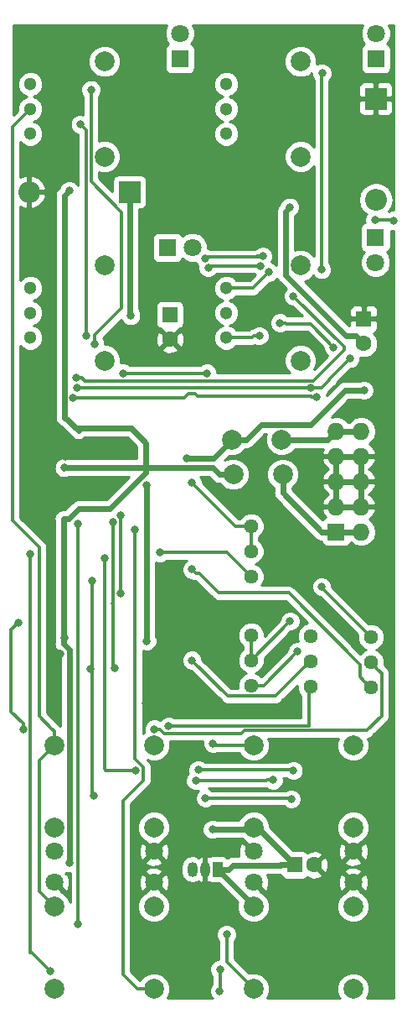
<source format=gbr>
%TF.GenerationSoftware,KiCad,Pcbnew,(5.0.1)-3*%
%TF.CreationDate,2020-04-22T23:17:11+01:00*%
%TF.ProjectId,board,626F6172642E6B696361645F70636200,rev?*%
%TF.SameCoordinates,Original*%
%TF.FileFunction,Copper,L1,Top,Signal*%
%TF.FilePolarity,Positive*%
%FSLAX46Y46*%
G04 Gerber Fmt 4.6, Leading zero omitted, Abs format (unit mm)*
G04 Created by KiCad (PCBNEW (5.0.1)-3) date 22/04/2020 23:17:11*
%MOMM*%
%LPD*%
G01*
G04 APERTURE LIST*
%ADD10R,1.800000X1.800000*%
%ADD11C,1.800000*%
%ADD12O,2.200000X2.200000*%
%ADD13R,2.200000X2.200000*%
%ADD14C,2.000000*%
%ADD15R,1.727200X1.727200*%
%ADD16O,1.727200X1.727200*%
%ADD17C,1.300000*%
%ADD18O,1.050000X1.500000*%
%ADD19R,1.050000X1.500000*%
%ADD20C,1.440000*%
%ADD21R,1.600000X1.600000*%
%ADD22C,1.600000*%
%ADD23C,0.800000*%
%ADD24C,0.300000*%
%ADD25C,0.600000*%
%ADD26C,0.254000*%
G04 APERTURE END LIST*
D10*
X35306000Y-16764000D03*
D11*
X35306000Y-14224000D03*
X36576000Y-35814000D03*
D10*
X34036000Y-35814000D03*
D11*
X55075000Y-37315000D03*
D10*
X55075000Y-34775000D03*
D11*
X55118000Y-14224000D03*
D10*
X55118000Y-16764000D03*
D12*
X20066000Y-30226000D03*
D13*
X30226000Y-30226000D03*
X55118000Y-20828000D03*
D12*
X55118000Y-30988000D03*
D14*
X45600000Y-55200000D03*
X40600000Y-55200000D03*
X45700000Y-58700000D03*
X40700000Y-58700000D03*
X42756666Y-86012000D03*
D11*
X42756666Y-96732000D03*
D14*
X42756666Y-94312000D03*
X22606000Y-94312000D03*
D11*
X22606000Y-96732000D03*
D14*
X22606000Y-86012000D03*
X22606000Y-110584000D03*
D11*
X22606000Y-99864000D03*
D14*
X22606000Y-102284000D03*
X42756666Y-102284000D03*
D11*
X42756666Y-99864000D03*
D14*
X42756666Y-110584000D03*
X32681333Y-94312000D03*
D11*
X32681333Y-96732000D03*
D14*
X32681333Y-86012000D03*
X52832000Y-86012000D03*
D11*
X52832000Y-96732000D03*
D14*
X52832000Y-94312000D03*
X32681333Y-102284000D03*
D11*
X32681333Y-99864000D03*
D14*
X32681333Y-110584000D03*
X52832000Y-110584000D03*
D11*
X52832000Y-99864000D03*
D14*
X52832000Y-102284000D03*
D15*
X51100000Y-64500000D03*
D16*
X53640000Y-64500000D03*
X51100000Y-61960000D03*
X53640000Y-61960000D03*
X51100000Y-59420000D03*
X53640000Y-59420000D03*
X51100000Y-56880000D03*
X53640000Y-56880000D03*
X51100000Y-54340000D03*
X53640000Y-54340000D03*
D14*
X47498000Y-26644000D03*
X47498000Y-17044000D03*
D17*
X39998000Y-24344000D03*
X39998000Y-21844000D03*
X39998000Y-19344000D03*
X20186000Y-19344000D03*
X20186000Y-21844000D03*
X20186000Y-24344000D03*
D14*
X27686000Y-17044000D03*
X27686000Y-26644000D03*
D17*
X20186000Y-39918000D03*
X20186000Y-42418000D03*
X20186000Y-44918000D03*
D14*
X27686000Y-37618000D03*
X27686000Y-47218000D03*
X47498000Y-47218000D03*
X47498000Y-37618000D03*
D17*
X39998000Y-44918000D03*
X39998000Y-42418000D03*
X39998000Y-39918000D03*
D18*
X37846000Y-98552000D03*
X36576000Y-98552000D03*
D19*
X39116000Y-98552000D03*
D20*
X48500000Y-80100000D03*
X48500000Y-77560000D03*
X48500000Y-75020000D03*
X54625000Y-80200000D03*
X54625000Y-77660000D03*
X54625000Y-75120000D03*
X42500000Y-63920000D03*
X42500000Y-66460000D03*
X42500000Y-69000000D03*
X42500000Y-74920000D03*
X42500000Y-77460000D03*
X42500000Y-80000000D03*
D21*
X46900000Y-98100000D03*
D22*
X48900000Y-98100000D03*
D21*
X34300000Y-42600000D03*
D22*
X34300000Y-45100000D03*
X53900000Y-45500000D03*
D21*
X53900000Y-43000000D03*
D23*
X26700000Y-45575000D03*
X26325000Y-19900000D03*
X29300000Y-70725000D03*
X29350000Y-62850000D03*
X26575000Y-91100000D03*
X37875000Y-36900000D03*
X43700000Y-36700000D03*
X26300000Y-78350000D03*
X26425000Y-69475000D03*
X29536011Y-48500000D03*
X38050001Y-48500000D03*
X37900000Y-91375000D03*
X46550000Y-91450000D03*
X24975000Y-63675000D03*
X25000000Y-104100000D03*
X24842951Y-48976627D03*
X46775000Y-40725000D03*
X36525000Y-77450000D03*
X25800000Y-44725000D03*
X25225000Y-23400000D03*
X28525000Y-63500000D03*
X28750000Y-78275000D03*
X32725000Y-84400000D03*
X49625000Y-70025000D03*
X49675000Y-18225000D03*
X49640015Y-38043001D03*
X19450000Y-84425000D03*
X18955010Y-73650000D03*
X27675000Y-67175000D03*
X46775000Y-88575000D03*
X30875000Y-88575000D03*
X37150000Y-88525000D03*
X39350000Y-108625000D03*
X39325000Y-110825000D03*
X30775000Y-64300000D03*
X36550000Y-59575000D03*
X20200000Y-66700000D03*
X22175000Y-108825000D03*
X24900000Y-49975000D03*
X52500000Y-47025000D03*
X50857169Y-45867831D03*
X45425000Y-43425000D03*
X46450000Y-73500000D03*
X48500000Y-50000000D03*
X24150000Y-97900000D03*
X23625000Y-58020000D03*
X24125000Y-30100000D03*
X30350000Y-42700000D03*
X23625000Y-75225000D03*
X23700000Y-56875000D03*
X23675000Y-59400000D03*
X36825000Y-74225000D03*
X42175000Y-73000000D03*
X55475000Y-105350000D03*
X34875000Y-93200000D03*
X21400000Y-59300000D03*
X29225000Y-56800000D03*
X26175000Y-56750000D03*
X52200000Y-32150000D03*
X52150000Y-28225000D03*
X51975000Y-34500000D03*
X31875000Y-81825000D03*
X31925000Y-77250000D03*
X23250000Y-76814897D03*
X34575000Y-89925000D03*
X46400000Y-31750000D03*
X31975000Y-75499000D03*
X53950000Y-50225000D03*
X36041000Y-57075000D03*
X31975000Y-59775000D03*
X38600000Y-94525000D03*
X36900000Y-89600000D03*
X44750000Y-89550000D03*
X44300000Y-38325000D03*
X55025000Y-33050000D03*
X56882472Y-33093275D03*
X43325000Y-44725000D03*
X34175000Y-84100000D03*
X36505331Y-68294669D03*
X33325000Y-66600000D03*
X24525000Y-51000000D03*
X47200000Y-76550000D03*
X49100000Y-50875000D03*
X38650000Y-85825000D03*
X38165008Y-37857027D03*
X43457464Y-37670144D03*
X40025000Y-105100000D03*
D24*
X26700000Y-45575000D02*
X26700000Y-44675000D01*
X26700000Y-44675000D02*
X29425000Y-41950000D01*
X26335999Y-29166001D02*
X26335999Y-23889001D01*
X29425000Y-41950000D02*
X29425000Y-32255002D01*
X29425000Y-32255002D02*
X26335999Y-29166001D01*
X26335999Y-23889001D02*
X26325000Y-23878002D01*
X26325000Y-23878002D02*
X26325000Y-19900000D01*
X29300000Y-70725000D02*
X29300000Y-62900000D01*
X29300000Y-62900000D02*
X29350000Y-62850000D01*
X26400000Y-90925000D02*
X26575000Y-91100000D01*
X38000000Y-36775000D02*
X37875000Y-36900000D01*
X43100000Y-36734315D02*
X43100000Y-36775000D01*
X43134315Y-36700000D02*
X43100000Y-36734315D01*
X43700000Y-36700000D02*
X43134315Y-36700000D01*
X43334010Y-36775000D02*
X43100000Y-36775000D01*
X43100000Y-36775000D02*
X38000000Y-36775000D01*
X26400000Y-78450000D02*
X26300000Y-78350000D01*
X26400000Y-81325000D02*
X26400000Y-90925000D01*
X26400000Y-80700000D02*
X26400000Y-81325000D01*
X26400000Y-69500000D02*
X26425000Y-69475000D01*
X26400000Y-78975000D02*
X26400000Y-69500000D01*
X26400000Y-78975000D02*
X26400000Y-78450000D01*
X26400000Y-81325000D02*
X26400000Y-78975000D01*
X29536011Y-48500000D02*
X38050001Y-48500000D01*
X37900000Y-91375000D02*
X46475000Y-91375000D01*
X46475000Y-91375000D02*
X46550000Y-91450000D01*
X24975000Y-63675000D02*
X24975000Y-103225000D01*
X24975000Y-103225000D02*
X24975000Y-104075000D01*
X24975000Y-104075000D02*
X25000000Y-104100000D01*
X25682009Y-49250000D02*
X43750000Y-49250000D01*
X25408636Y-48976627D02*
X25682009Y-49250000D01*
X24842951Y-48976627D02*
X25408636Y-48976627D01*
X43750000Y-49250000D02*
X48825000Y-49250000D01*
X48825000Y-49250000D02*
X49050000Y-49025000D01*
X49050000Y-49025000D02*
X49075000Y-49025000D01*
X49075000Y-49025000D02*
X51900000Y-46200000D01*
X51900000Y-46200000D02*
X51900000Y-45850000D01*
X51900000Y-45850000D02*
X46775000Y-40725000D01*
X47780001Y-78279999D02*
X48500000Y-77560000D01*
X44989999Y-81070001D02*
X47780001Y-78279999D01*
X40145001Y-81070001D02*
X44989999Y-81070001D01*
X36525000Y-77450000D02*
X40145001Y-81070001D01*
X25800000Y-44725000D02*
X25800000Y-23975000D01*
X25800000Y-23975000D02*
X25225000Y-23400000D01*
X28525000Y-63500000D02*
X28525000Y-71725000D01*
X28525000Y-71725000D02*
X28500000Y-71750000D01*
X28525000Y-71725000D02*
X28525000Y-78050000D01*
X28525000Y-78050000D02*
X28750000Y-78275000D01*
X32393333Y-86300000D02*
X32681333Y-86012000D01*
X41524999Y-84850001D02*
X41824990Y-84550010D01*
X33740686Y-84850001D02*
X41524999Y-84850001D01*
X33290685Y-84400000D02*
X33740686Y-84850001D01*
X32725000Y-84400000D02*
X33290685Y-84400000D01*
X54625000Y-75120000D02*
X49625000Y-70120000D01*
X49625000Y-70120000D02*
X49625000Y-70025000D01*
X49625000Y-18275000D02*
X49675000Y-18225000D01*
X48375000Y-84550010D02*
X54199990Y-84550010D01*
X48375000Y-84550010D02*
X48532110Y-84550010D01*
X41824990Y-84550010D02*
X48375000Y-84550010D01*
X55344999Y-78379999D02*
X54625000Y-77660000D01*
X55695001Y-78730001D02*
X55344999Y-78379999D01*
X55695001Y-83054999D02*
X55695001Y-78730001D01*
X54199990Y-84550010D02*
X55695001Y-83054999D01*
X49640015Y-38043001D02*
X49625000Y-18275000D01*
X19450000Y-83859315D02*
X19450000Y-84425000D01*
X18250000Y-82659315D02*
X19450000Y-83859315D01*
X18955010Y-73650000D02*
X18250000Y-74355010D01*
X18250000Y-74355010D02*
X18250000Y-82659315D01*
X46575000Y-88575000D02*
X46775000Y-88575000D01*
X27675000Y-88425000D02*
X27825000Y-88575000D01*
X27675000Y-67175000D02*
X27675000Y-88425000D01*
X27825000Y-88575000D02*
X30875000Y-88575000D01*
X46725000Y-88525000D02*
X46775000Y-88575000D01*
X37150000Y-88525000D02*
X46725000Y-88525000D01*
X39350000Y-108625000D02*
X39350000Y-110800000D01*
X39350000Y-110800000D02*
X39325000Y-110825000D01*
X30984000Y-110584000D02*
X32681333Y-110584000D01*
X30775000Y-87364998D02*
X31625001Y-88214999D01*
X30775000Y-64300000D02*
X30775000Y-87364998D01*
X31625001Y-88214999D02*
X31625001Y-89574999D01*
X31625001Y-89574999D02*
X29550000Y-91650000D01*
X29550000Y-91650000D02*
X29550000Y-109150000D01*
X29550000Y-109150000D02*
X30984000Y-110584000D01*
X40895000Y-63920000D02*
X42500000Y-63920000D01*
X36550000Y-59575000D02*
X40895000Y-63920000D01*
X42500000Y-63920000D02*
X42500000Y-66460000D01*
X20300000Y-106950000D02*
X22175000Y-108825000D01*
X20200000Y-106950000D02*
X20300000Y-106950000D01*
X20200000Y-66700000D02*
X20200000Y-106950000D01*
X42500000Y-74920000D02*
X42500000Y-77460000D01*
X26225000Y-49975000D02*
X26250000Y-50000000D01*
X24900000Y-49975000D02*
X26225000Y-49975000D01*
X43225000Y-50000000D02*
X26250000Y-50000000D01*
X26250000Y-50000000D02*
X25975011Y-50000000D01*
X49625000Y-50000000D02*
X50400000Y-49225000D01*
X50400000Y-49225000D02*
X50400000Y-49125000D01*
X50400000Y-49125000D02*
X52500000Y-47025000D01*
X45990685Y-43425000D02*
X46065685Y-43500000D01*
X45425000Y-43425000D02*
X45990685Y-43425000D01*
X48489338Y-43500000D02*
X48800000Y-43810662D01*
X46065685Y-43500000D02*
X48489338Y-43500000D01*
X50857169Y-45867831D02*
X48800000Y-43810662D01*
X42500000Y-77460000D02*
X46450000Y-73510000D01*
X46450000Y-73510000D02*
X46450000Y-73500000D01*
X43225000Y-50000000D02*
X48500000Y-50000000D01*
X48500000Y-50000000D02*
X49625000Y-50000000D01*
D25*
X24150000Y-76399000D02*
X23525000Y-75774000D01*
X24150000Y-97900000D02*
X24150000Y-76399000D01*
X23525000Y-58120000D02*
X23625000Y-58020000D01*
X23625000Y-30600000D02*
X24125000Y-30100000D01*
X30226000Y-30226000D02*
X30226000Y-42576000D01*
X30226000Y-42576000D02*
X30350000Y-42700000D01*
X24190685Y-58020000D02*
X23625000Y-58020000D01*
X39285787Y-58700000D02*
X38605787Y-58020000D01*
X40700000Y-58700000D02*
X39285787Y-58700000D01*
X23625000Y-52975000D02*
X23625000Y-30600000D01*
X24050000Y-63200000D02*
X23525000Y-63200000D01*
X23525000Y-75774000D02*
X23525000Y-63200000D01*
X23625000Y-52975000D02*
X23725000Y-52975000D01*
X25050000Y-62200000D02*
X24050000Y-63200000D01*
X24800000Y-54050000D02*
X30375000Y-54050000D01*
X24800000Y-54050000D02*
X25050000Y-54300000D01*
X23725000Y-52975000D02*
X24800000Y-54050000D01*
X31875000Y-55550000D02*
X31875000Y-58020000D01*
X30375000Y-54050000D02*
X31875000Y-55550000D01*
X38605787Y-58020000D02*
X31875000Y-58020000D01*
X31875000Y-58020000D02*
X24190685Y-58020000D01*
X31875000Y-58020000D02*
X31875000Y-58550000D01*
X28225000Y-62200000D02*
X25050000Y-62200000D01*
X31875000Y-58550000D02*
X28225000Y-62200000D01*
X53640000Y-61960000D02*
X51100000Y-61960000D01*
X51100000Y-61960000D02*
X51100000Y-56880000D01*
X51100000Y-56880000D02*
X53640000Y-56880000D01*
X53640000Y-56880000D02*
X53640000Y-61960000D01*
X51100000Y-59420000D02*
X53640000Y-59420000D01*
X36825000Y-74225000D02*
X40950000Y-74225000D01*
X40950000Y-74225000D02*
X42175000Y-73000000D01*
X34875000Y-94538333D02*
X32681333Y-96732000D01*
X34875000Y-93200000D02*
X34875000Y-94538333D01*
X23575000Y-59300000D02*
X23675000Y-59400000D01*
X21400000Y-59300000D02*
X23575000Y-59300000D01*
X29175000Y-56750000D02*
X29225000Y-56800000D01*
X26175000Y-56750000D02*
X29175000Y-56750000D01*
X52200000Y-32150000D02*
X52200000Y-28275000D01*
X52200000Y-28275000D02*
X52150000Y-28225000D01*
X51975000Y-32375000D02*
X52200000Y-32150000D01*
X51975000Y-34500000D02*
X51975000Y-32375000D01*
X22850001Y-77214896D02*
X22850001Y-77599999D01*
X23250000Y-76814897D02*
X22850001Y-77214896D01*
X46400000Y-31750000D02*
X45997999Y-32152001D01*
X38775001Y-57024999D02*
X40600000Y-55200000D01*
X42014213Y-55200000D02*
X43514213Y-53700000D01*
X40600000Y-55200000D02*
X42014213Y-55200000D01*
X43514213Y-53700000D02*
X48500000Y-53700000D01*
X45997999Y-38250000D02*
X45997999Y-38347999D01*
X45997999Y-32152001D02*
X45997999Y-38250000D01*
X48500000Y-53700000D02*
X51975000Y-50225000D01*
X51975000Y-50225000D02*
X53950000Y-50225000D01*
X45997999Y-38250000D02*
X45997999Y-38597999D01*
X53100001Y-44700001D02*
X53900000Y-45500000D01*
X52100001Y-44700001D02*
X53100001Y-44700001D01*
X45997999Y-38597999D02*
X52100001Y-44700001D01*
X38725000Y-57075000D02*
X38775001Y-57024999D01*
X36041000Y-57075000D02*
X38725000Y-57075000D01*
X31975000Y-75499000D02*
X31975000Y-59775000D01*
X43112000Y-94312000D02*
X46900000Y-98100000D01*
X42756666Y-94312000D02*
X43112000Y-94312000D01*
X45500000Y-98100000D02*
X46900000Y-98100000D01*
X45467999Y-98132001D02*
X45500000Y-98100000D01*
X40660999Y-98132001D02*
X45467999Y-98132001D01*
X40241000Y-98552000D02*
X40660999Y-98132001D01*
X39116000Y-98552000D02*
X40241000Y-98552000D01*
X42756666Y-102192666D02*
X39116000Y-98552000D01*
X42756666Y-102284000D02*
X42756666Y-102192666D01*
X42543666Y-94525000D02*
X42756666Y-94312000D01*
X38600000Y-94525000D02*
X42543666Y-94525000D01*
X51100000Y-54340000D02*
X53640000Y-54340000D01*
X50240000Y-55200000D02*
X51100000Y-54340000D01*
X45600000Y-55200000D02*
X50240000Y-55200000D01*
X53640000Y-64500000D02*
X51100000Y-64500000D01*
X45700000Y-60114213D02*
X45700000Y-58700000D01*
X45700000Y-60563600D02*
X45700000Y-60114213D01*
X49636400Y-64500000D02*
X45700000Y-60563600D01*
X51100000Y-64500000D02*
X49636400Y-64500000D01*
D24*
X22606000Y-102284000D02*
X21075000Y-100753000D01*
X21075000Y-87543000D02*
X22606000Y-86012000D01*
X21075000Y-100753000D02*
X21075000Y-87543000D01*
X22606000Y-84597787D02*
X22325000Y-84316787D01*
X22606000Y-86012000D02*
X22606000Y-84597787D01*
X22325000Y-84316787D02*
X22316787Y-84316787D01*
X22316787Y-84316787D02*
X21100000Y-83100000D01*
X21100000Y-83100000D02*
X21100000Y-66075000D01*
X21100000Y-66075000D02*
X18400000Y-63375000D01*
X18400000Y-23630000D02*
X20186000Y-21844000D01*
X18400000Y-63375000D02*
X18400000Y-23630000D01*
X44100000Y-89550000D02*
X44750000Y-89550000D01*
X36900000Y-89600000D02*
X44050000Y-89600000D01*
X44050000Y-89600000D02*
X44100000Y-89550000D01*
X39998000Y-39918000D02*
X42707000Y-39918000D01*
X42707000Y-39918000D02*
X44300000Y-38325000D01*
X55025000Y-33050000D02*
X56839197Y-33050000D01*
X56839197Y-33050000D02*
X56882472Y-33093275D01*
X42566315Y-44918000D02*
X41975000Y-44918000D01*
X42759315Y-44725000D02*
X42566315Y-44918000D01*
X43325000Y-44725000D02*
X42759315Y-44725000D01*
X39998000Y-44918000D02*
X41975000Y-44918000D01*
X41975000Y-44918000D02*
X42257000Y-44918000D01*
X48350000Y-80250000D02*
X48500000Y-80100000D01*
X48325000Y-84050000D02*
X48325000Y-80550000D01*
X48325000Y-84050000D02*
X34225000Y-84050000D01*
X34225000Y-84050000D02*
X34175000Y-84100000D01*
X53905001Y-79480001D02*
X54625000Y-80200000D01*
X53554999Y-79129999D02*
X53905001Y-79480001D01*
X36505331Y-68294669D02*
X36905330Y-68694668D01*
X37244688Y-68694668D02*
X39200020Y-70650000D01*
X36905330Y-68694668D02*
X37244688Y-68694668D01*
X46300000Y-70650000D02*
X53554999Y-77904999D01*
X39200020Y-70650000D02*
X46300000Y-70650000D01*
X53554999Y-77904999D02*
X53554999Y-79129999D01*
X40100000Y-66600000D02*
X42500000Y-69000000D01*
X33325000Y-66600000D02*
X40100000Y-66600000D01*
X36885001Y-50599999D02*
X37128665Y-50843663D01*
X36164999Y-50599999D02*
X36885001Y-50599999D01*
X24525000Y-51000000D02*
X35764998Y-51000000D01*
X35764998Y-51000000D02*
X36164999Y-50599999D01*
X43575000Y-50843663D02*
X48581337Y-50843663D01*
X43575000Y-50843663D02*
X43761876Y-50843663D01*
X37128665Y-50843663D02*
X43575000Y-50843663D01*
X42500000Y-80000000D02*
X43750000Y-80000000D01*
X43750000Y-80000000D02*
X47200000Y-76550000D01*
X48612674Y-50875000D02*
X48581337Y-50843663D01*
X49100000Y-50875000D02*
X48612674Y-50875000D01*
X42756666Y-86012000D02*
X38837000Y-86012000D01*
X38837000Y-86012000D02*
X38650000Y-85825000D01*
X38351891Y-37670144D02*
X38165008Y-37857027D01*
X43457464Y-37670144D02*
X38351891Y-37670144D01*
X40025000Y-107852334D02*
X42756666Y-110584000D01*
X40025000Y-105100000D02*
X40025000Y-107852334D01*
D26*
G36*
X33771000Y-13918670D02*
X33771000Y-14529330D01*
X34004690Y-15093507D01*
X34173908Y-15262725D01*
X34158235Y-15265843D01*
X33948191Y-15406191D01*
X33807843Y-15616235D01*
X33758560Y-15864000D01*
X33758560Y-17664000D01*
X33807843Y-17911765D01*
X33948191Y-18121809D01*
X34158235Y-18262157D01*
X34406000Y-18311440D01*
X36206000Y-18311440D01*
X36453765Y-18262157D01*
X36663809Y-18121809D01*
X36804157Y-17911765D01*
X36853440Y-17664000D01*
X36853440Y-15864000D01*
X36804157Y-15616235D01*
X36663809Y-15406191D01*
X36453765Y-15265843D01*
X36438092Y-15262725D01*
X36607310Y-15093507D01*
X36841000Y-14529330D01*
X36841000Y-13918670D01*
X36630302Y-13410000D01*
X53793698Y-13410000D01*
X53583000Y-13918670D01*
X53583000Y-14529330D01*
X53816690Y-15093507D01*
X53985908Y-15262725D01*
X53970235Y-15265843D01*
X53760191Y-15406191D01*
X53619843Y-15616235D01*
X53570560Y-15864000D01*
X53570560Y-17664000D01*
X53619843Y-17911765D01*
X53760191Y-18121809D01*
X53970235Y-18262157D01*
X54218000Y-18311440D01*
X56018000Y-18311440D01*
X56265765Y-18262157D01*
X56475809Y-18121809D01*
X56616157Y-17911765D01*
X56665440Y-17664000D01*
X56665440Y-15864000D01*
X56616157Y-15616235D01*
X56475809Y-15406191D01*
X56265765Y-15265843D01*
X56250092Y-15262725D01*
X56419310Y-15093507D01*
X56653000Y-14529330D01*
X56653000Y-13918670D01*
X56442302Y-13410000D01*
X56948001Y-13410000D01*
X56948001Y-32058275D01*
X56676598Y-32058275D01*
X56417944Y-32165413D01*
X56752334Y-31664963D01*
X56886990Y-30988000D01*
X56752334Y-30311037D01*
X56368865Y-29737135D01*
X55794963Y-29353666D01*
X55288880Y-29253000D01*
X54947120Y-29253000D01*
X54441037Y-29353666D01*
X53867135Y-29737135D01*
X53483666Y-30311037D01*
X53349010Y-30988000D01*
X53483666Y-31664963D01*
X53867135Y-32238865D01*
X54170034Y-32441255D01*
X54147569Y-32463720D01*
X53990000Y-32844126D01*
X53990000Y-33255874D01*
X53993247Y-33263713D01*
X53927235Y-33276843D01*
X53717191Y-33417191D01*
X53576843Y-33627235D01*
X53527560Y-33875000D01*
X53527560Y-35675000D01*
X53576843Y-35922765D01*
X53717191Y-36132809D01*
X53927235Y-36273157D01*
X53942908Y-36276275D01*
X53773690Y-36445493D01*
X53540000Y-37009670D01*
X53540000Y-37620330D01*
X53773690Y-38184507D01*
X54205493Y-38616310D01*
X54769670Y-38850000D01*
X55380330Y-38850000D01*
X55944507Y-38616310D01*
X56376310Y-38184507D01*
X56610000Y-37620330D01*
X56610000Y-37009670D01*
X56376310Y-36445493D01*
X56207092Y-36276275D01*
X56222765Y-36273157D01*
X56432809Y-36132809D01*
X56573157Y-35922765D01*
X56622440Y-35675000D01*
X56622440Y-34105842D01*
X56676598Y-34128275D01*
X56948001Y-34128275D01*
X56948000Y-111558000D01*
X54170239Y-111558000D01*
X54218086Y-111510153D01*
X54467000Y-110909222D01*
X54467000Y-110258778D01*
X54218086Y-109657847D01*
X53758153Y-109197914D01*
X53157222Y-108949000D01*
X52506778Y-108949000D01*
X51905847Y-109197914D01*
X51445914Y-109657847D01*
X51197000Y-110258778D01*
X51197000Y-110909222D01*
X51445914Y-111510153D01*
X51493761Y-111558000D01*
X44094905Y-111558000D01*
X44142752Y-111510153D01*
X44391666Y-110909222D01*
X44391666Y-110258778D01*
X44142752Y-109657847D01*
X43682819Y-109197914D01*
X43081888Y-108949000D01*
X42431444Y-108949000D01*
X42290291Y-109007467D01*
X40810000Y-107527177D01*
X40810000Y-105778711D01*
X40902431Y-105686280D01*
X41060000Y-105305874D01*
X41060000Y-104894126D01*
X40902431Y-104513720D01*
X40611280Y-104222569D01*
X40230874Y-104065000D01*
X39819126Y-104065000D01*
X39438720Y-104222569D01*
X39147569Y-104513720D01*
X38990000Y-104894126D01*
X38990000Y-105305874D01*
X39147569Y-105686280D01*
X39240000Y-105778711D01*
X39240001Y-107590000D01*
X39144126Y-107590000D01*
X38763720Y-107747569D01*
X38472569Y-108038720D01*
X38315000Y-108419126D01*
X38315000Y-108830874D01*
X38472569Y-109211280D01*
X38565000Y-109303711D01*
X38565001Y-110121288D01*
X38447569Y-110238720D01*
X38290000Y-110619126D01*
X38290000Y-111030874D01*
X38447569Y-111411280D01*
X38594289Y-111558000D01*
X34019572Y-111558000D01*
X34067419Y-111510153D01*
X34316333Y-110909222D01*
X34316333Y-110258778D01*
X34067419Y-109657847D01*
X33607486Y-109197914D01*
X33006555Y-108949000D01*
X32356111Y-108949000D01*
X31755180Y-109197914D01*
X31295247Y-109657847D01*
X31257979Y-109747821D01*
X30335000Y-108824843D01*
X30335000Y-101958778D01*
X31046333Y-101958778D01*
X31046333Y-102609222D01*
X31295247Y-103210153D01*
X31755180Y-103670086D01*
X32356111Y-103919000D01*
X33006555Y-103919000D01*
X33607486Y-103670086D01*
X34067419Y-103210153D01*
X34316333Y-102609222D01*
X34316333Y-101958778D01*
X34067419Y-101357847D01*
X33607486Y-100897914D01*
X33484841Y-100847113D01*
X32681333Y-100043605D01*
X31877825Y-100847113D01*
X31755180Y-100897914D01*
X31295247Y-101357847D01*
X31046333Y-101958778D01*
X30335000Y-101958778D01*
X30335000Y-99623336D01*
X31134875Y-99623336D01*
X31160494Y-100233460D01*
X31344690Y-100678148D01*
X31601174Y-100764554D01*
X32501728Y-99864000D01*
X32860938Y-99864000D01*
X33761492Y-100764554D01*
X34017976Y-100678148D01*
X34227791Y-100104664D01*
X34202172Y-99494540D01*
X34017976Y-99049852D01*
X33761492Y-98963446D01*
X32860938Y-99864000D01*
X32501728Y-99864000D01*
X31601174Y-98963446D01*
X31344690Y-99049852D01*
X31134875Y-99623336D01*
X30335000Y-99623336D01*
X30335000Y-98783841D01*
X31780779Y-98783841D01*
X32681333Y-99684395D01*
X33581887Y-98783841D01*
X33495481Y-98527357D01*
X32921997Y-98317542D01*
X32311873Y-98343161D01*
X31867185Y-98527357D01*
X31780779Y-98783841D01*
X30335000Y-98783841D01*
X30335000Y-97812159D01*
X31780779Y-97812159D01*
X31867185Y-98068643D01*
X32440669Y-98278458D01*
X33050793Y-98252839D01*
X33147566Y-98212754D01*
X35416000Y-98212754D01*
X35416000Y-98891245D01*
X35483305Y-99229608D01*
X35739687Y-99613313D01*
X36123391Y-99869695D01*
X36576000Y-99959725D01*
X37028608Y-99869695D01*
X37220996Y-99741146D01*
X37478664Y-99887266D01*
X37540190Y-99895964D01*
X37719000Y-99770163D01*
X37719000Y-98976710D01*
X37736000Y-98891246D01*
X37736000Y-98212755D01*
X37719000Y-98127291D01*
X37719000Y-97333837D01*
X37540190Y-97208036D01*
X37478664Y-97216734D01*
X37220996Y-97362854D01*
X37028609Y-97234305D01*
X36576000Y-97144275D01*
X36123392Y-97234305D01*
X35739688Y-97490687D01*
X35483305Y-97874391D01*
X35416000Y-98212754D01*
X33147566Y-98212754D01*
X33495481Y-98068643D01*
X33581887Y-97812159D01*
X32681333Y-96911605D01*
X31780779Y-97812159D01*
X30335000Y-97812159D01*
X30335000Y-96491336D01*
X31134875Y-96491336D01*
X31160494Y-97101460D01*
X31344690Y-97546148D01*
X31601174Y-97632554D01*
X32501728Y-96732000D01*
X32860938Y-96732000D01*
X33761492Y-97632554D01*
X34017976Y-97546148D01*
X34227791Y-96972664D01*
X34202172Y-96362540D01*
X34017976Y-95917852D01*
X33761492Y-95831446D01*
X32860938Y-96732000D01*
X32501728Y-96732000D01*
X31601174Y-95831446D01*
X31344690Y-95917852D01*
X31134875Y-96491336D01*
X30335000Y-96491336D01*
X30335000Y-93986778D01*
X31046333Y-93986778D01*
X31046333Y-94637222D01*
X31295247Y-95238153D01*
X31755180Y-95698086D01*
X31877825Y-95748887D01*
X32681333Y-96552395D01*
X33484841Y-95748887D01*
X33607486Y-95698086D01*
X34067419Y-95238153D01*
X34316333Y-94637222D01*
X34316333Y-94319126D01*
X37565000Y-94319126D01*
X37565000Y-94730874D01*
X37722569Y-95111280D01*
X38013720Y-95402431D01*
X38394126Y-95560000D01*
X38805874Y-95560000D01*
X39047296Y-95460000D01*
X41592427Y-95460000D01*
X41830513Y-95698086D01*
X41953158Y-95748887D01*
X42756666Y-96552395D01*
X42770809Y-96538253D01*
X42950414Y-96717858D01*
X42936271Y-96732000D01*
X42950414Y-96746143D01*
X42770809Y-96925748D01*
X42756666Y-96911605D01*
X42742524Y-96925748D01*
X42562919Y-96746143D01*
X42577061Y-96732000D01*
X41676507Y-95831446D01*
X41420023Y-95917852D01*
X41210208Y-96491336D01*
X41235827Y-97101460D01*
X41275401Y-97197001D01*
X40753080Y-97197001D01*
X40660998Y-97178685D01*
X40568916Y-97197001D01*
X40568913Y-97197001D01*
X40296180Y-97251251D01*
X40116797Y-97371111D01*
X40098809Y-97344191D01*
X39888765Y-97203843D01*
X39641000Y-97154560D01*
X38591000Y-97154560D01*
X38343235Y-97203843D01*
X38273165Y-97250662D01*
X38213336Y-97216734D01*
X38151810Y-97208036D01*
X37973000Y-97333837D01*
X37973000Y-97653994D01*
X37943560Y-97802000D01*
X37943560Y-99302000D01*
X37973000Y-99450006D01*
X37973000Y-99770163D01*
X38151810Y-99895964D01*
X38213336Y-99887266D01*
X38273165Y-99853338D01*
X38343235Y-99900157D01*
X38591000Y-99949440D01*
X39191151Y-99949440D01*
X41144753Y-101903042D01*
X41121666Y-101958778D01*
X41121666Y-102609222D01*
X41370580Y-103210153D01*
X41830513Y-103670086D01*
X42431444Y-103919000D01*
X43081888Y-103919000D01*
X43682819Y-103670086D01*
X44142752Y-103210153D01*
X44391666Y-102609222D01*
X44391666Y-101958778D01*
X51197000Y-101958778D01*
X51197000Y-102609222D01*
X51445914Y-103210153D01*
X51905847Y-103670086D01*
X52506778Y-103919000D01*
X53157222Y-103919000D01*
X53758153Y-103670086D01*
X54218086Y-103210153D01*
X54467000Y-102609222D01*
X54467000Y-101958778D01*
X54218086Y-101357847D01*
X53758153Y-100897914D01*
X53635508Y-100847113D01*
X52832000Y-100043605D01*
X52028492Y-100847113D01*
X51905847Y-100897914D01*
X51445914Y-101357847D01*
X51197000Y-101958778D01*
X44391666Y-101958778D01*
X44142752Y-101357847D01*
X43682819Y-100897914D01*
X43560174Y-100847113D01*
X42756666Y-100043605D01*
X42742524Y-100057748D01*
X42562919Y-99878143D01*
X42577061Y-99864000D01*
X42562919Y-99849858D01*
X42742524Y-99670253D01*
X42756666Y-99684395D01*
X42770809Y-99670253D01*
X42950414Y-99849858D01*
X42936271Y-99864000D01*
X43836825Y-100764554D01*
X44093309Y-100678148D01*
X44303124Y-100104664D01*
X44282914Y-99623336D01*
X51285542Y-99623336D01*
X51311161Y-100233460D01*
X51495357Y-100678148D01*
X51751841Y-100764554D01*
X52652395Y-99864000D01*
X53011605Y-99864000D01*
X53912159Y-100764554D01*
X54168643Y-100678148D01*
X54378458Y-100104664D01*
X54352839Y-99494540D01*
X54168643Y-99049852D01*
X53912159Y-98963446D01*
X53011605Y-99864000D01*
X52652395Y-99864000D01*
X51751841Y-98963446D01*
X51495357Y-99049852D01*
X51285542Y-99623336D01*
X44282914Y-99623336D01*
X44277505Y-99494540D01*
X44100412Y-99067001D01*
X45375913Y-99067001D01*
X45467999Y-99085318D01*
X45488606Y-99081219D01*
X45501843Y-99147765D01*
X45642191Y-99357809D01*
X45852235Y-99498157D01*
X46100000Y-99547440D01*
X47700000Y-99547440D01*
X47947765Y-99498157D01*
X48157516Y-99358005D01*
X48683223Y-99546965D01*
X49253454Y-99519778D01*
X49654005Y-99353864D01*
X49728139Y-99107745D01*
X48900000Y-98279605D01*
X48885858Y-98293748D01*
X48706253Y-98114143D01*
X48720395Y-98100000D01*
X49079605Y-98100000D01*
X49907745Y-98928139D01*
X50153864Y-98854005D01*
X50179083Y-98783841D01*
X51931446Y-98783841D01*
X52832000Y-99684395D01*
X53732554Y-98783841D01*
X53646148Y-98527357D01*
X53072664Y-98317542D01*
X52462540Y-98343161D01*
X52017852Y-98527357D01*
X51931446Y-98783841D01*
X50179083Y-98783841D01*
X50346965Y-98316777D01*
X50322907Y-97812159D01*
X51931446Y-97812159D01*
X52017852Y-98068643D01*
X52591336Y-98278458D01*
X53201460Y-98252839D01*
X53646148Y-98068643D01*
X53732554Y-97812159D01*
X52832000Y-96911605D01*
X51931446Y-97812159D01*
X50322907Y-97812159D01*
X50319778Y-97746546D01*
X50153864Y-97345995D01*
X49907745Y-97271861D01*
X49079605Y-98100000D01*
X48720395Y-98100000D01*
X48706253Y-98085858D01*
X48885858Y-97906252D01*
X48900000Y-97920395D01*
X49728139Y-97092255D01*
X49654005Y-96846136D01*
X49116777Y-96653035D01*
X48546546Y-96680222D01*
X48156933Y-96841605D01*
X47947765Y-96701843D01*
X47700000Y-96652560D01*
X46774850Y-96652560D01*
X46613626Y-96491336D01*
X51285542Y-96491336D01*
X51311161Y-97101460D01*
X51495357Y-97546148D01*
X51751841Y-97632554D01*
X52652395Y-96732000D01*
X53011605Y-96732000D01*
X53912159Y-97632554D01*
X54168643Y-97546148D01*
X54378458Y-96972664D01*
X54352839Y-96362540D01*
X54168643Y-95917852D01*
X53912159Y-95831446D01*
X53011605Y-96732000D01*
X52652395Y-96732000D01*
X51751841Y-95831446D01*
X51495357Y-95917852D01*
X51285542Y-96491336D01*
X46613626Y-96491336D01*
X44391666Y-94269377D01*
X44391666Y-93986778D01*
X51197000Y-93986778D01*
X51197000Y-94637222D01*
X51445914Y-95238153D01*
X51905847Y-95698086D01*
X52028492Y-95748887D01*
X52832000Y-96552395D01*
X53635508Y-95748887D01*
X53758153Y-95698086D01*
X54218086Y-95238153D01*
X54467000Y-94637222D01*
X54467000Y-93986778D01*
X54218086Y-93385847D01*
X53758153Y-92925914D01*
X53157222Y-92677000D01*
X52506778Y-92677000D01*
X51905847Y-92925914D01*
X51445914Y-93385847D01*
X51197000Y-93986778D01*
X44391666Y-93986778D01*
X44142752Y-93385847D01*
X43682819Y-92925914D01*
X43081888Y-92677000D01*
X42431444Y-92677000D01*
X41830513Y-92925914D01*
X41370580Y-93385847D01*
X41286017Y-93590000D01*
X39047296Y-93590000D01*
X38805874Y-93490000D01*
X38394126Y-93490000D01*
X38013720Y-93647569D01*
X37722569Y-93938720D01*
X37565000Y-94319126D01*
X34316333Y-94319126D01*
X34316333Y-93986778D01*
X34067419Y-93385847D01*
X33607486Y-92925914D01*
X33006555Y-92677000D01*
X32356111Y-92677000D01*
X31755180Y-92925914D01*
X31295247Y-93385847D01*
X31046333Y-93986778D01*
X30335000Y-93986778D01*
X30335000Y-91975157D01*
X32125409Y-90184748D01*
X32190954Y-90140952D01*
X32364455Y-89881291D01*
X32410001Y-89652315D01*
X32410001Y-89652311D01*
X32425379Y-89574999D01*
X32410001Y-89497687D01*
X32410001Y-89394126D01*
X35865000Y-89394126D01*
X35865000Y-89805874D01*
X36022569Y-90186280D01*
X36313720Y-90477431D01*
X36694126Y-90635000D01*
X37105874Y-90635000D01*
X37226080Y-90585209D01*
X37022569Y-90788720D01*
X36865000Y-91169126D01*
X36865000Y-91580874D01*
X37022569Y-91961280D01*
X37313720Y-92252431D01*
X37694126Y-92410000D01*
X38105874Y-92410000D01*
X38486280Y-92252431D01*
X38578711Y-92160000D01*
X45796289Y-92160000D01*
X45963720Y-92327431D01*
X46344126Y-92485000D01*
X46755874Y-92485000D01*
X47136280Y-92327431D01*
X47427431Y-92036280D01*
X47585000Y-91655874D01*
X47585000Y-91244126D01*
X47427431Y-90863720D01*
X47136280Y-90572569D01*
X46755874Y-90415000D01*
X46344126Y-90415000D01*
X45963720Y-90572569D01*
X45946289Y-90590000D01*
X38578711Y-90590000D01*
X38486280Y-90497569D01*
X38214514Y-90385000D01*
X43972688Y-90385000D01*
X44050000Y-90400378D01*
X44122288Y-90385999D01*
X44163720Y-90427431D01*
X44544126Y-90585000D01*
X44955874Y-90585000D01*
X45336280Y-90427431D01*
X45627431Y-90136280D01*
X45785000Y-89755874D01*
X45785000Y-89344126D01*
X45770865Y-89310000D01*
X46046289Y-89310000D01*
X46188720Y-89452431D01*
X46569126Y-89610000D01*
X46980874Y-89610000D01*
X47361280Y-89452431D01*
X47652431Y-89161280D01*
X47810000Y-88780874D01*
X47810000Y-88369126D01*
X47652431Y-87988720D01*
X47361280Y-87697569D01*
X46980874Y-87540000D01*
X46569126Y-87540000D01*
X46188720Y-87697569D01*
X46146289Y-87740000D01*
X37828711Y-87740000D01*
X37736280Y-87647569D01*
X37355874Y-87490000D01*
X36944126Y-87490000D01*
X36563720Y-87647569D01*
X36272569Y-87938720D01*
X36115000Y-88319126D01*
X36115000Y-88730874D01*
X36170771Y-88865518D01*
X36022569Y-89013720D01*
X35865000Y-89394126D01*
X32410001Y-89394126D01*
X32410001Y-88292311D01*
X32425379Y-88214999D01*
X32410001Y-88137687D01*
X32410001Y-88137683D01*
X32364455Y-87908707D01*
X32315570Y-87835546D01*
X32234750Y-87714590D01*
X32234748Y-87714588D01*
X32190954Y-87649046D01*
X32125412Y-87605252D01*
X32033551Y-87513391D01*
X32356111Y-87647000D01*
X33006555Y-87647000D01*
X33607486Y-87398086D01*
X34067419Y-86938153D01*
X34316333Y-86337222D01*
X34316333Y-85686778D01*
X34294886Y-85635001D01*
X37615000Y-85635001D01*
X37615000Y-86030874D01*
X37772569Y-86411280D01*
X38063720Y-86702431D01*
X38444126Y-86860000D01*
X38855874Y-86860000D01*
X39007970Y-86797000D01*
X41312112Y-86797000D01*
X41370580Y-86938153D01*
X41830513Y-87398086D01*
X42431444Y-87647000D01*
X43081888Y-87647000D01*
X43682819Y-87398086D01*
X44142752Y-86938153D01*
X44391666Y-86337222D01*
X44391666Y-85686778D01*
X44245959Y-85335010D01*
X51342707Y-85335010D01*
X51197000Y-85686778D01*
X51197000Y-86337222D01*
X51445914Y-86938153D01*
X51905847Y-87398086D01*
X52506778Y-87647000D01*
X53157222Y-87647000D01*
X53758153Y-87398086D01*
X54218086Y-86938153D01*
X54467000Y-86337222D01*
X54467000Y-85686778D01*
X54317945Y-85326927D01*
X54506282Y-85289464D01*
X54765943Y-85115963D01*
X54809739Y-85050418D01*
X56195412Y-83664746D01*
X56260954Y-83620952D01*
X56304748Y-83555410D01*
X56304750Y-83555408D01*
X56434455Y-83361291D01*
X56456667Y-83249622D01*
X56480001Y-83132315D01*
X56480001Y-83132311D01*
X56495379Y-83054999D01*
X56480001Y-82977687D01*
X56480001Y-78807313D01*
X56495379Y-78730001D01*
X56480001Y-78652689D01*
X56480001Y-78652685D01*
X56434455Y-78423709D01*
X56260954Y-78164048D01*
X56195407Y-78120250D01*
X55980000Y-77904843D01*
X55980000Y-77390474D01*
X55773714Y-76892454D01*
X55392546Y-76511286D01*
X55099735Y-76390000D01*
X55392546Y-76268714D01*
X55773714Y-75887546D01*
X55980000Y-75389526D01*
X55980000Y-74850474D01*
X55773714Y-74352454D01*
X55392546Y-73971286D01*
X54894526Y-73765000D01*
X54380158Y-73765000D01*
X50660000Y-70044843D01*
X50660000Y-69819126D01*
X50502431Y-69438720D01*
X50211280Y-69147569D01*
X49830874Y-68990000D01*
X49419126Y-68990000D01*
X49038720Y-69147569D01*
X48747569Y-69438720D01*
X48590000Y-69819126D01*
X48590000Y-70230874D01*
X48747569Y-70611280D01*
X49038720Y-70902431D01*
X49419126Y-71060000D01*
X49454843Y-71060000D01*
X53270000Y-74875158D01*
X53270000Y-75389526D01*
X53476286Y-75887546D01*
X53857454Y-76268714D01*
X54150265Y-76390000D01*
X53857454Y-76511286D01*
X53564449Y-76804291D01*
X46909748Y-70149591D01*
X46865953Y-70084047D01*
X46606292Y-69910546D01*
X46377316Y-69865000D01*
X46377312Y-69865000D01*
X46300000Y-69849622D01*
X46222688Y-69865000D01*
X43551260Y-69865000D01*
X43648714Y-69767546D01*
X43855000Y-69269526D01*
X43855000Y-68730474D01*
X43648714Y-68232454D01*
X43267546Y-67851286D01*
X42974735Y-67730000D01*
X43267546Y-67608714D01*
X43648714Y-67227546D01*
X43855000Y-66729526D01*
X43855000Y-66190474D01*
X43648714Y-65692454D01*
X43285000Y-65328740D01*
X43285000Y-65051260D01*
X43648714Y-64687546D01*
X43855000Y-64189526D01*
X43855000Y-63650474D01*
X43648714Y-63152454D01*
X43267546Y-62771286D01*
X42769526Y-62565000D01*
X42230474Y-62565000D01*
X41732454Y-62771286D01*
X41368740Y-63135000D01*
X41220158Y-63135000D01*
X37585000Y-59499843D01*
X37585000Y-59369126D01*
X37427431Y-58988720D01*
X37393711Y-58955000D01*
X38218498Y-58955000D01*
X38559528Y-59296030D01*
X38611690Y-59374097D01*
X38920968Y-59580750D01*
X39193701Y-59635000D01*
X39193704Y-59635000D01*
X39285786Y-59653316D01*
X39331904Y-59644143D01*
X39773847Y-60086086D01*
X40374778Y-60335000D01*
X41025222Y-60335000D01*
X41626153Y-60086086D01*
X42086086Y-59626153D01*
X42335000Y-59025222D01*
X42335000Y-58374778D01*
X44065000Y-58374778D01*
X44065000Y-59025222D01*
X44313914Y-59626153D01*
X44765000Y-60077239D01*
X44765000Y-60471514D01*
X44746683Y-60563600D01*
X44765000Y-60655685D01*
X44819250Y-60928418D01*
X45025903Y-61237697D01*
X45103972Y-61289861D01*
X48910141Y-65096031D01*
X48962303Y-65174097D01*
X49271581Y-65380750D01*
X49544314Y-65435000D01*
X49544317Y-65435000D01*
X49605586Y-65447187D01*
X49638243Y-65611365D01*
X49778591Y-65821409D01*
X49988635Y-65961757D01*
X50236400Y-66011040D01*
X51963600Y-66011040D01*
X52211365Y-65961757D01*
X52421409Y-65821409D01*
X52561757Y-65611365D01*
X52566932Y-65585349D01*
X53055275Y-65911650D01*
X53492402Y-65998600D01*
X53787598Y-65998600D01*
X54224725Y-65911650D01*
X54720430Y-65580430D01*
X55051650Y-65084725D01*
X55167959Y-64500000D01*
X55051650Y-63915275D01*
X54720430Y-63419570D01*
X54418979Y-63218146D01*
X54528490Y-63166821D01*
X54922688Y-62734947D01*
X55094958Y-62319026D01*
X54973817Y-62087000D01*
X53767000Y-62087000D01*
X53767000Y-62107000D01*
X53513000Y-62107000D01*
X53513000Y-62087000D01*
X51227000Y-62087000D01*
X51227000Y-62107000D01*
X50973000Y-62107000D01*
X50973000Y-62087000D01*
X49766183Y-62087000D01*
X49645042Y-62319026D01*
X49817312Y-62734947D01*
X50077936Y-63020480D01*
X49988635Y-63038243D01*
X49778591Y-63178591D01*
X49721990Y-63263300D01*
X46635000Y-60176311D01*
X46635000Y-60077239D01*
X46933213Y-59779026D01*
X49645042Y-59779026D01*
X49817312Y-60194947D01*
X50211510Y-60626821D01*
X50346313Y-60690000D01*
X50211510Y-60753179D01*
X49817312Y-61185053D01*
X49645042Y-61600974D01*
X49766183Y-61833000D01*
X50973000Y-61833000D01*
X50973000Y-59547000D01*
X51227000Y-59547000D01*
X51227000Y-61833000D01*
X53513000Y-61833000D01*
X53513000Y-59547000D01*
X53767000Y-59547000D01*
X53767000Y-61833000D01*
X54973817Y-61833000D01*
X55094958Y-61600974D01*
X54922688Y-61185053D01*
X54528490Y-60753179D01*
X54393687Y-60690000D01*
X54528490Y-60626821D01*
X54922688Y-60194947D01*
X55094958Y-59779026D01*
X54973817Y-59547000D01*
X53767000Y-59547000D01*
X53513000Y-59547000D01*
X51227000Y-59547000D01*
X50973000Y-59547000D01*
X49766183Y-59547000D01*
X49645042Y-59779026D01*
X46933213Y-59779026D01*
X47086086Y-59626153D01*
X47335000Y-59025222D01*
X47335000Y-58374778D01*
X47086086Y-57773847D01*
X46626153Y-57313914D01*
X46445358Y-57239026D01*
X49645042Y-57239026D01*
X49817312Y-57654947D01*
X50211510Y-58086821D01*
X50346313Y-58150000D01*
X50211510Y-58213179D01*
X49817312Y-58645053D01*
X49645042Y-59060974D01*
X49766183Y-59293000D01*
X50973000Y-59293000D01*
X50973000Y-57007000D01*
X51227000Y-57007000D01*
X51227000Y-59293000D01*
X53513000Y-59293000D01*
X53513000Y-57007000D01*
X53767000Y-57007000D01*
X53767000Y-59293000D01*
X54973817Y-59293000D01*
X55094958Y-59060974D01*
X54922688Y-58645053D01*
X54528490Y-58213179D01*
X54393687Y-58150000D01*
X54528490Y-58086821D01*
X54922688Y-57654947D01*
X55094958Y-57239026D01*
X54973817Y-57007000D01*
X53767000Y-57007000D01*
X53513000Y-57007000D01*
X51227000Y-57007000D01*
X50973000Y-57007000D01*
X49766183Y-57007000D01*
X49645042Y-57239026D01*
X46445358Y-57239026D01*
X46025222Y-57065000D01*
X45374778Y-57065000D01*
X44773847Y-57313914D01*
X44313914Y-57773847D01*
X44065000Y-58374778D01*
X42335000Y-58374778D01*
X42086086Y-57773847D01*
X41626153Y-57313914D01*
X41025222Y-57065000D01*
X40374778Y-57065000D01*
X39832790Y-57289499D01*
X40287289Y-56835000D01*
X40925222Y-56835000D01*
X41526153Y-56586086D01*
X41968095Y-56144144D01*
X42014213Y-56153317D01*
X42106299Y-56135000D01*
X42379032Y-56080750D01*
X42688310Y-55874097D01*
X42740474Y-55796028D01*
X43901503Y-54635000D01*
X44064319Y-54635000D01*
X43965000Y-54874778D01*
X43965000Y-55525222D01*
X44213914Y-56126153D01*
X44673847Y-56586086D01*
X45274778Y-56835000D01*
X45925222Y-56835000D01*
X46526153Y-56586086D01*
X46977239Y-56135000D01*
X49804908Y-56135000D01*
X49645042Y-56520974D01*
X49766183Y-56753000D01*
X50973000Y-56753000D01*
X50973000Y-56733000D01*
X51227000Y-56733000D01*
X51227000Y-56753000D01*
X53513000Y-56753000D01*
X53513000Y-56733000D01*
X53767000Y-56733000D01*
X53767000Y-56753000D01*
X54973817Y-56753000D01*
X55094958Y-56520974D01*
X54922688Y-56105053D01*
X54528490Y-55673179D01*
X54418979Y-55621854D01*
X54720430Y-55420430D01*
X55051650Y-54924725D01*
X55167959Y-54340000D01*
X55051650Y-53755275D01*
X54720430Y-53259570D01*
X54224725Y-52928350D01*
X53787598Y-52841400D01*
X53492402Y-52841400D01*
X53055275Y-52928350D01*
X52559570Y-53259570D01*
X52462397Y-53405000D01*
X52277603Y-53405000D01*
X52180430Y-53259570D01*
X51684725Y-52928350D01*
X51247598Y-52841400D01*
X50952402Y-52841400D01*
X50613472Y-52908817D01*
X52362290Y-51160000D01*
X53502704Y-51160000D01*
X53744126Y-51260000D01*
X54155874Y-51260000D01*
X54536280Y-51102431D01*
X54827431Y-50811280D01*
X54985000Y-50430874D01*
X54985000Y-50019126D01*
X54827431Y-49638720D01*
X54536280Y-49347569D01*
X54155874Y-49190000D01*
X53744126Y-49190000D01*
X53502704Y-49290000D01*
X52067085Y-49290000D01*
X51974999Y-49271683D01*
X51821002Y-49302315D01*
X51610181Y-49344250D01*
X51300903Y-49550903D01*
X51248741Y-49628969D01*
X50135000Y-50742710D01*
X50135000Y-50669126D01*
X50113657Y-50617601D01*
X50190953Y-50565953D01*
X50234749Y-50500408D01*
X50900408Y-49834749D01*
X50965953Y-49790953D01*
X51139454Y-49531292D01*
X51148291Y-49486866D01*
X52575158Y-48060000D01*
X52705874Y-48060000D01*
X53086280Y-47902431D01*
X53377431Y-47611280D01*
X53535000Y-47230874D01*
X53535000Y-46902045D01*
X53614561Y-46935000D01*
X54185439Y-46935000D01*
X54712862Y-46716534D01*
X55116534Y-46312862D01*
X55335000Y-45785439D01*
X55335000Y-45214561D01*
X55116534Y-44687138D01*
X54853241Y-44423845D01*
X55059699Y-44338327D01*
X55238327Y-44159698D01*
X55335000Y-43926309D01*
X55335000Y-43285750D01*
X55176250Y-43127000D01*
X54027000Y-43127000D01*
X54027000Y-43147000D01*
X53773000Y-43147000D01*
X53773000Y-43127000D01*
X52623750Y-43127000D01*
X52465000Y-43285750D01*
X52465000Y-43742710D01*
X50795981Y-42073691D01*
X52465000Y-42073691D01*
X52465000Y-42714250D01*
X52623750Y-42873000D01*
X53773000Y-42873000D01*
X53773000Y-41723750D01*
X54027000Y-41723750D01*
X54027000Y-42873000D01*
X55176250Y-42873000D01*
X55335000Y-42714250D01*
X55335000Y-42073691D01*
X55238327Y-41840302D01*
X55059699Y-41661673D01*
X54826310Y-41565000D01*
X54185750Y-41565000D01*
X54027000Y-41723750D01*
X53773000Y-41723750D01*
X53614250Y-41565000D01*
X52973690Y-41565000D01*
X52740301Y-41661673D01*
X52561673Y-41840302D01*
X52465000Y-42073691D01*
X50795981Y-42073691D01*
X47930750Y-39208461D01*
X48424153Y-39004086D01*
X48780771Y-38647468D01*
X49053735Y-38920432D01*
X49434141Y-39078001D01*
X49845889Y-39078001D01*
X50226295Y-38920432D01*
X50517446Y-38629281D01*
X50675015Y-38248875D01*
X50675015Y-37837127D01*
X50517446Y-37456721D01*
X50424499Y-37363774D01*
X50412157Y-21113750D01*
X53383000Y-21113750D01*
X53383000Y-22054309D01*
X53479673Y-22287698D01*
X53658301Y-22466327D01*
X53891690Y-22563000D01*
X54832250Y-22563000D01*
X54991000Y-22404250D01*
X54991000Y-20955000D01*
X55245000Y-20955000D01*
X55245000Y-22404250D01*
X55403750Y-22563000D01*
X56344310Y-22563000D01*
X56577699Y-22466327D01*
X56756327Y-22287698D01*
X56853000Y-22054309D01*
X56853000Y-21113750D01*
X56694250Y-20955000D01*
X55245000Y-20955000D01*
X54991000Y-20955000D01*
X53541750Y-20955000D01*
X53383000Y-21113750D01*
X50412157Y-21113750D01*
X50411008Y-19601691D01*
X53383000Y-19601691D01*
X53383000Y-20542250D01*
X53541750Y-20701000D01*
X54991000Y-20701000D01*
X54991000Y-19251750D01*
X55245000Y-19251750D01*
X55245000Y-20701000D01*
X56694250Y-20701000D01*
X56853000Y-20542250D01*
X56853000Y-19601691D01*
X56756327Y-19368302D01*
X56577699Y-19189673D01*
X56344310Y-19093000D01*
X55403750Y-19093000D01*
X55245000Y-19251750D01*
X54991000Y-19251750D01*
X54832250Y-19093000D01*
X53891690Y-19093000D01*
X53658301Y-19189673D01*
X53479673Y-19368302D01*
X53383000Y-19601691D01*
X50411008Y-19601691D01*
X50410515Y-18953196D01*
X50552431Y-18811280D01*
X50710000Y-18430874D01*
X50710000Y-18019126D01*
X50552431Y-17638720D01*
X50261280Y-17347569D01*
X49880874Y-17190000D01*
X49469126Y-17190000D01*
X49133000Y-17329228D01*
X49133000Y-16718778D01*
X48884086Y-16117847D01*
X48424153Y-15657914D01*
X47823222Y-15409000D01*
X47172778Y-15409000D01*
X46571847Y-15657914D01*
X46111914Y-16117847D01*
X45863000Y-16718778D01*
X45863000Y-17369222D01*
X46111914Y-17970153D01*
X46571847Y-18430086D01*
X47172778Y-18679000D01*
X47823222Y-18679000D01*
X48424153Y-18430086D01*
X48640000Y-18214239D01*
X48640000Y-18430874D01*
X48797569Y-18811280D01*
X48840440Y-18854151D01*
X48845624Y-25679385D01*
X48424153Y-25257914D01*
X47823222Y-25009000D01*
X47172778Y-25009000D01*
X46571847Y-25257914D01*
X46111914Y-25717847D01*
X45863000Y-26318778D01*
X45863000Y-26969222D01*
X46111914Y-27570153D01*
X46571847Y-28030086D01*
X47172778Y-28279000D01*
X47823222Y-28279000D01*
X48424153Y-28030086D01*
X48847088Y-27607151D01*
X48853966Y-36661727D01*
X48424153Y-36231914D01*
X47823222Y-35983000D01*
X47172778Y-35983000D01*
X46932999Y-36082320D01*
X46932999Y-32649501D01*
X46986280Y-32627431D01*
X47277431Y-32336280D01*
X47435000Y-31955874D01*
X47435000Y-31544126D01*
X47277431Y-31163720D01*
X46986280Y-30872569D01*
X46605874Y-30715000D01*
X46194126Y-30715000D01*
X45813720Y-30872569D01*
X45522569Y-31163720D01*
X45422569Y-31405142D01*
X45401971Y-31425740D01*
X45323902Y-31477904D01*
X45259850Y-31573765D01*
X45117249Y-31787183D01*
X45044682Y-32152001D01*
X45062999Y-32244087D01*
X45063000Y-37624289D01*
X44886280Y-37447569D01*
X44553842Y-37309869D01*
X44577431Y-37286280D01*
X44735000Y-36905874D01*
X44735000Y-36494126D01*
X44577431Y-36113720D01*
X44286280Y-35822569D01*
X43905874Y-35665000D01*
X43494126Y-35665000D01*
X43113720Y-35822569D01*
X43012422Y-35923867D01*
X42828023Y-35960546D01*
X42783942Y-35990000D01*
X38382651Y-35990000D01*
X38111000Y-35877479D01*
X38111000Y-35508670D01*
X37877310Y-34944493D01*
X37445507Y-34512690D01*
X36881330Y-34279000D01*
X36270670Y-34279000D01*
X35706493Y-34512690D01*
X35537275Y-34681908D01*
X35534157Y-34666235D01*
X35393809Y-34456191D01*
X35183765Y-34315843D01*
X34936000Y-34266560D01*
X33136000Y-34266560D01*
X32888235Y-34315843D01*
X32678191Y-34456191D01*
X32537843Y-34666235D01*
X32488560Y-34914000D01*
X32488560Y-36714000D01*
X32537843Y-36961765D01*
X32678191Y-37171809D01*
X32888235Y-37312157D01*
X33136000Y-37361440D01*
X34936000Y-37361440D01*
X35183765Y-37312157D01*
X35393809Y-37171809D01*
X35534157Y-36961765D01*
X35537275Y-36946092D01*
X35706493Y-37115310D01*
X36270670Y-37349000D01*
X36881330Y-37349000D01*
X36932010Y-37328007D01*
X36997569Y-37486280D01*
X37139508Y-37628219D01*
X37130008Y-37651153D01*
X37130008Y-38062901D01*
X37287577Y-38443307D01*
X37578728Y-38734458D01*
X37959134Y-38892027D01*
X38370882Y-38892027D01*
X38751288Y-38734458D01*
X39030602Y-38455144D01*
X42778753Y-38455144D01*
X42871184Y-38547575D01*
X42939125Y-38575717D01*
X42381843Y-39133000D01*
X41030265Y-39133000D01*
X40725894Y-38828629D01*
X40253602Y-38633000D01*
X39742398Y-38633000D01*
X39270106Y-38828629D01*
X38908629Y-39190106D01*
X38713000Y-39662398D01*
X38713000Y-40173602D01*
X38908629Y-40645894D01*
X39270106Y-41007371D01*
X39657900Y-41168000D01*
X39270106Y-41328629D01*
X38908629Y-41690106D01*
X38713000Y-42162398D01*
X38713000Y-42673602D01*
X38908629Y-43145894D01*
X39270106Y-43507371D01*
X39657900Y-43668000D01*
X39270106Y-43828629D01*
X38908629Y-44190106D01*
X38713000Y-44662398D01*
X38713000Y-45173602D01*
X38908629Y-45645894D01*
X39270106Y-46007371D01*
X39742398Y-46203000D01*
X40253602Y-46203000D01*
X40725894Y-46007371D01*
X41030265Y-45703000D01*
X42489003Y-45703000D01*
X42566315Y-45718378D01*
X42643627Y-45703000D01*
X42643631Y-45703000D01*
X42871898Y-45657595D01*
X43119126Y-45760000D01*
X43530874Y-45760000D01*
X43911280Y-45602431D01*
X44202431Y-45311280D01*
X44360000Y-44930874D01*
X44360000Y-44519126D01*
X44202431Y-44138720D01*
X43911280Y-43847569D01*
X43530874Y-43690000D01*
X43119126Y-43690000D01*
X42738720Y-43847569D01*
X42637422Y-43948867D01*
X42453023Y-43985546D01*
X42232344Y-44133000D01*
X41030265Y-44133000D01*
X40725894Y-43828629D01*
X40338100Y-43668000D01*
X40725894Y-43507371D01*
X41087371Y-43145894D01*
X41283000Y-42673602D01*
X41283000Y-42162398D01*
X41087371Y-41690106D01*
X40725894Y-41328629D01*
X40338100Y-41168000D01*
X40725894Y-41007371D01*
X41030265Y-40703000D01*
X42629688Y-40703000D01*
X42707000Y-40718378D01*
X42784312Y-40703000D01*
X42784316Y-40703000D01*
X43013292Y-40657454D01*
X43272953Y-40483953D01*
X43316749Y-40418408D01*
X44375158Y-39360000D01*
X44505874Y-39360000D01*
X44886280Y-39202431D01*
X45120711Y-38968000D01*
X45323903Y-39272096D01*
X45401969Y-39324258D01*
X46057000Y-39979289D01*
X45897569Y-40138720D01*
X45740000Y-40519126D01*
X45740000Y-40930874D01*
X45897569Y-41311280D01*
X46188720Y-41602431D01*
X46569126Y-41760000D01*
X46699843Y-41760000D01*
X47654843Y-42715000D01*
X46341058Y-42715000D01*
X46296977Y-42685546D01*
X46112578Y-42648867D01*
X46011280Y-42547569D01*
X45630874Y-42390000D01*
X45219126Y-42390000D01*
X44838720Y-42547569D01*
X44547569Y-42838720D01*
X44390000Y-43219126D01*
X44390000Y-43630874D01*
X44547569Y-44011280D01*
X44838720Y-44302431D01*
X45219126Y-44460000D01*
X45630874Y-44460000D01*
X46011280Y-44302431D01*
X46022018Y-44291693D01*
X46065684Y-44300378D01*
X46142996Y-44285000D01*
X48164181Y-44285000D01*
X48190251Y-44311070D01*
X49822169Y-45942989D01*
X49822169Y-46073705D01*
X49979738Y-46454111D01*
X50257735Y-46732108D01*
X48911236Y-48078607D01*
X49133000Y-47543222D01*
X49133000Y-46892778D01*
X48884086Y-46291847D01*
X48424153Y-45831914D01*
X47823222Y-45583000D01*
X47172778Y-45583000D01*
X46571847Y-45831914D01*
X46111914Y-46291847D01*
X45863000Y-46892778D01*
X45863000Y-47543222D01*
X46111914Y-48144153D01*
X46432761Y-48465000D01*
X39085001Y-48465000D01*
X39085001Y-48294126D01*
X38927432Y-47913720D01*
X38636281Y-47622569D01*
X38255875Y-47465000D01*
X37844127Y-47465000D01*
X37463721Y-47622569D01*
X37371290Y-47715000D01*
X30214722Y-47715000D01*
X30122291Y-47622569D01*
X29741885Y-47465000D01*
X29330137Y-47465000D01*
X29321000Y-47468785D01*
X29321000Y-46892778D01*
X29072086Y-46291847D01*
X28887984Y-46107745D01*
X33471861Y-46107745D01*
X33545995Y-46353864D01*
X34083223Y-46546965D01*
X34653454Y-46519778D01*
X35054005Y-46353864D01*
X35128139Y-46107745D01*
X34300000Y-45279605D01*
X33471861Y-46107745D01*
X28887984Y-46107745D01*
X28612153Y-45831914D01*
X28011222Y-45583000D01*
X27735000Y-45583000D01*
X27735000Y-45369126D01*
X27577431Y-44988720D01*
X27536934Y-44948223D01*
X27601934Y-44883223D01*
X32853035Y-44883223D01*
X32880222Y-45453454D01*
X33046136Y-45854005D01*
X33292255Y-45928139D01*
X34120395Y-45100000D01*
X34479605Y-45100000D01*
X35307745Y-45928139D01*
X35553864Y-45854005D01*
X35746965Y-45316777D01*
X35719778Y-44746546D01*
X35553864Y-44345995D01*
X35307745Y-44271861D01*
X34479605Y-45100000D01*
X34120395Y-45100000D01*
X33292255Y-44271861D01*
X33046136Y-44345995D01*
X32853035Y-44883223D01*
X27601934Y-44883223D01*
X29392407Y-43092751D01*
X29472569Y-43286280D01*
X29763720Y-43577431D01*
X30144126Y-43735000D01*
X30555874Y-43735000D01*
X30936280Y-43577431D01*
X31227431Y-43286280D01*
X31385000Y-42905874D01*
X31385000Y-42494126D01*
X31227431Y-42113720D01*
X31161000Y-42047289D01*
X31161000Y-41800000D01*
X32852560Y-41800000D01*
X32852560Y-43400000D01*
X32901843Y-43647765D01*
X33042191Y-43857809D01*
X33252235Y-43998157D01*
X33486187Y-44044693D01*
X33471861Y-44092255D01*
X34300000Y-44920395D01*
X35128139Y-44092255D01*
X35113813Y-44044693D01*
X35347765Y-43998157D01*
X35557809Y-43857809D01*
X35698157Y-43647765D01*
X35747440Y-43400000D01*
X35747440Y-41800000D01*
X35698157Y-41552235D01*
X35557809Y-41342191D01*
X35347765Y-41201843D01*
X35100000Y-41152560D01*
X33500000Y-41152560D01*
X33252235Y-41201843D01*
X33042191Y-41342191D01*
X32901843Y-41552235D01*
X32852560Y-41800000D01*
X31161000Y-41800000D01*
X31161000Y-31973440D01*
X31326000Y-31973440D01*
X31573765Y-31924157D01*
X31783809Y-31783809D01*
X31924157Y-31573765D01*
X31973440Y-31326000D01*
X31973440Y-29126000D01*
X31924157Y-28878235D01*
X31783809Y-28668191D01*
X31573765Y-28527843D01*
X31326000Y-28478560D01*
X29126000Y-28478560D01*
X28878235Y-28527843D01*
X28668191Y-28668191D01*
X28527843Y-28878235D01*
X28478560Y-29126000D01*
X28478560Y-30198404D01*
X27120999Y-28840844D01*
X27120999Y-28179680D01*
X27360778Y-28279000D01*
X28011222Y-28279000D01*
X28612153Y-28030086D01*
X29072086Y-27570153D01*
X29321000Y-26969222D01*
X29321000Y-26318778D01*
X29072086Y-25717847D01*
X28612153Y-25257914D01*
X28011222Y-25009000D01*
X27360778Y-25009000D01*
X27120999Y-25108320D01*
X27120999Y-23966313D01*
X27136377Y-23889001D01*
X27120999Y-23811689D01*
X27120999Y-23811685D01*
X27110000Y-23756389D01*
X27110000Y-20578711D01*
X27202431Y-20486280D01*
X27360000Y-20105874D01*
X27360000Y-19694126D01*
X27202431Y-19313720D01*
X26977109Y-19088398D01*
X38713000Y-19088398D01*
X38713000Y-19599602D01*
X38908629Y-20071894D01*
X39270106Y-20433371D01*
X39657900Y-20594000D01*
X39270106Y-20754629D01*
X38908629Y-21116106D01*
X38713000Y-21588398D01*
X38713000Y-22099602D01*
X38908629Y-22571894D01*
X39270106Y-22933371D01*
X39657900Y-23094000D01*
X39270106Y-23254629D01*
X38908629Y-23616106D01*
X38713000Y-24088398D01*
X38713000Y-24599602D01*
X38908629Y-25071894D01*
X39270106Y-25433371D01*
X39742398Y-25629000D01*
X40253602Y-25629000D01*
X40725894Y-25433371D01*
X41087371Y-25071894D01*
X41283000Y-24599602D01*
X41283000Y-24088398D01*
X41087371Y-23616106D01*
X40725894Y-23254629D01*
X40338100Y-23094000D01*
X40725894Y-22933371D01*
X41087371Y-22571894D01*
X41283000Y-22099602D01*
X41283000Y-21588398D01*
X41087371Y-21116106D01*
X40725894Y-20754629D01*
X40338100Y-20594000D01*
X40725894Y-20433371D01*
X41087371Y-20071894D01*
X41283000Y-19599602D01*
X41283000Y-19088398D01*
X41087371Y-18616106D01*
X40725894Y-18254629D01*
X40253602Y-18059000D01*
X39742398Y-18059000D01*
X39270106Y-18254629D01*
X38908629Y-18616106D01*
X38713000Y-19088398D01*
X26977109Y-19088398D01*
X26911280Y-19022569D01*
X26530874Y-18865000D01*
X26119126Y-18865000D01*
X25738720Y-19022569D01*
X25447569Y-19313720D01*
X25290000Y-19694126D01*
X25290000Y-20105874D01*
X25447569Y-20486280D01*
X25540001Y-20578712D01*
X25540000Y-22410202D01*
X25430874Y-22365000D01*
X25019126Y-22365000D01*
X24638720Y-22522569D01*
X24347569Y-22813720D01*
X24190000Y-23194126D01*
X24190000Y-23605874D01*
X24347569Y-23986280D01*
X24638720Y-24277431D01*
X25015001Y-24433291D01*
X25015001Y-29544066D01*
X25002431Y-29513720D01*
X24711280Y-29222569D01*
X24330874Y-29065000D01*
X23919126Y-29065000D01*
X23538720Y-29222569D01*
X23247569Y-29513720D01*
X23147569Y-29755142D01*
X23028970Y-29873741D01*
X22950904Y-29925903D01*
X22898742Y-30003969D01*
X22898741Y-30003970D01*
X22744250Y-30235182D01*
X22671683Y-30600000D01*
X22690001Y-30692091D01*
X22690000Y-52882914D01*
X22671683Y-52975000D01*
X22744250Y-53339819D01*
X22894711Y-53565000D01*
X22950903Y-53649097D01*
X23260181Y-53855750D01*
X23289241Y-53861530D01*
X24073739Y-54646028D01*
X24125903Y-54724097D01*
X24203972Y-54776261D01*
X24453970Y-55026259D01*
X24685182Y-55180750D01*
X25049999Y-55253316D01*
X25414818Y-55180750D01*
X25707777Y-54985000D01*
X29987711Y-54985000D01*
X30940000Y-55937290D01*
X30940001Y-57085000D01*
X24072296Y-57085000D01*
X23830874Y-56985000D01*
X23419126Y-56985000D01*
X23038720Y-57142569D01*
X22747569Y-57433720D01*
X22590000Y-57814126D01*
X22590000Y-58027914D01*
X22571683Y-58120000D01*
X22590000Y-58212086D01*
X22590000Y-58225874D01*
X22595277Y-58238613D01*
X22644250Y-58484818D01*
X22850904Y-58794096D01*
X23160182Y-59000750D01*
X23406387Y-59049723D01*
X23419126Y-59055000D01*
X23432914Y-59055000D01*
X23525000Y-59073317D01*
X23617086Y-59055000D01*
X23830874Y-59055000D01*
X24072296Y-58955000D01*
X30147711Y-58955000D01*
X27837711Y-61265000D01*
X25142086Y-61265000D01*
X25050000Y-61246683D01*
X24957914Y-61265000D01*
X24685181Y-61319250D01*
X24375903Y-61525903D01*
X24323739Y-61603972D01*
X23662711Y-62265000D01*
X23617086Y-62265000D01*
X23525000Y-62246683D01*
X23432914Y-62265000D01*
X23160181Y-62319250D01*
X22850903Y-62525903D01*
X22644250Y-62835181D01*
X22571683Y-63200000D01*
X22590001Y-63292091D01*
X22590000Y-75681914D01*
X22571683Y-75774000D01*
X22609421Y-75963720D01*
X22644250Y-76138818D01*
X22850903Y-76448097D01*
X22928972Y-76500261D01*
X23215001Y-76786291D01*
X23215001Y-84096259D01*
X23171953Y-84031834D01*
X23106408Y-83988038D01*
X22934749Y-83816379D01*
X22890953Y-83750834D01*
X22800656Y-83690499D01*
X21885000Y-82774843D01*
X21885000Y-66152312D01*
X21900378Y-66075000D01*
X21885000Y-65997688D01*
X21885000Y-65997684D01*
X21839454Y-65768708D01*
X21665953Y-65509047D01*
X21600408Y-65465251D01*
X19185000Y-63049843D01*
X19185000Y-45734265D01*
X19458106Y-46007371D01*
X19930398Y-46203000D01*
X20441602Y-46203000D01*
X20913894Y-46007371D01*
X21275371Y-45645894D01*
X21471000Y-45173602D01*
X21471000Y-44662398D01*
X21275371Y-44190106D01*
X20913894Y-43828629D01*
X20526100Y-43668000D01*
X20913894Y-43507371D01*
X21275371Y-43145894D01*
X21471000Y-42673602D01*
X21471000Y-42162398D01*
X21275371Y-41690106D01*
X20913894Y-41328629D01*
X20526100Y-41168000D01*
X20913894Y-41007371D01*
X21275371Y-40645894D01*
X21471000Y-40173602D01*
X21471000Y-39662398D01*
X21275371Y-39190106D01*
X20913894Y-38828629D01*
X20441602Y-38633000D01*
X19930398Y-38633000D01*
X19458106Y-38828629D01*
X19185000Y-39101735D01*
X19185000Y-31694746D01*
X19669877Y-31915183D01*
X19939000Y-31797604D01*
X19939000Y-30353000D01*
X20193000Y-30353000D01*
X20193000Y-31797604D01*
X20462123Y-31915183D01*
X21078392Y-31635012D01*
X21540534Y-31140332D01*
X21755175Y-30622122D01*
X21637125Y-30353000D01*
X20193000Y-30353000D01*
X19939000Y-30353000D01*
X19919000Y-30353000D01*
X19919000Y-30099000D01*
X19939000Y-30099000D01*
X19939000Y-28654396D01*
X20193000Y-28654396D01*
X20193000Y-30099000D01*
X21637125Y-30099000D01*
X21755175Y-29829878D01*
X21540534Y-29311668D01*
X21078392Y-28816988D01*
X20462123Y-28536817D01*
X20193000Y-28654396D01*
X19939000Y-28654396D01*
X19669877Y-28536817D01*
X19185000Y-28757254D01*
X19185000Y-25160265D01*
X19458106Y-25433371D01*
X19930398Y-25629000D01*
X20441602Y-25629000D01*
X20913894Y-25433371D01*
X21275371Y-25071894D01*
X21471000Y-24599602D01*
X21471000Y-24088398D01*
X21275371Y-23616106D01*
X20913894Y-23254629D01*
X20526100Y-23094000D01*
X20913894Y-22933371D01*
X21275371Y-22571894D01*
X21471000Y-22099602D01*
X21471000Y-21588398D01*
X21275371Y-21116106D01*
X20913894Y-20754629D01*
X20526100Y-20594000D01*
X20913894Y-20433371D01*
X21275371Y-20071894D01*
X21471000Y-19599602D01*
X21471000Y-19088398D01*
X21275371Y-18616106D01*
X20913894Y-18254629D01*
X20441602Y-18059000D01*
X19930398Y-18059000D01*
X19458106Y-18254629D01*
X19096629Y-18616106D01*
X18901000Y-19088398D01*
X18901000Y-19599602D01*
X19096629Y-20071894D01*
X19458106Y-20433371D01*
X19845900Y-20594000D01*
X19458106Y-20754629D01*
X19096629Y-21116106D01*
X18901000Y-21588398D01*
X18901000Y-22018842D01*
X18490000Y-22429843D01*
X18490000Y-16718778D01*
X26051000Y-16718778D01*
X26051000Y-17369222D01*
X26299914Y-17970153D01*
X26759847Y-18430086D01*
X27360778Y-18679000D01*
X28011222Y-18679000D01*
X28612153Y-18430086D01*
X29072086Y-17970153D01*
X29321000Y-17369222D01*
X29321000Y-16718778D01*
X29072086Y-16117847D01*
X28612153Y-15657914D01*
X28011222Y-15409000D01*
X27360778Y-15409000D01*
X26759847Y-15657914D01*
X26299914Y-16117847D01*
X26051000Y-16718778D01*
X18490000Y-16718778D01*
X18490000Y-13410000D01*
X33981698Y-13410000D01*
X33771000Y-13918670D01*
X33771000Y-13918670D01*
G37*
X33771000Y-13918670D02*
X33771000Y-14529330D01*
X34004690Y-15093507D01*
X34173908Y-15262725D01*
X34158235Y-15265843D01*
X33948191Y-15406191D01*
X33807843Y-15616235D01*
X33758560Y-15864000D01*
X33758560Y-17664000D01*
X33807843Y-17911765D01*
X33948191Y-18121809D01*
X34158235Y-18262157D01*
X34406000Y-18311440D01*
X36206000Y-18311440D01*
X36453765Y-18262157D01*
X36663809Y-18121809D01*
X36804157Y-17911765D01*
X36853440Y-17664000D01*
X36853440Y-15864000D01*
X36804157Y-15616235D01*
X36663809Y-15406191D01*
X36453765Y-15265843D01*
X36438092Y-15262725D01*
X36607310Y-15093507D01*
X36841000Y-14529330D01*
X36841000Y-13918670D01*
X36630302Y-13410000D01*
X53793698Y-13410000D01*
X53583000Y-13918670D01*
X53583000Y-14529330D01*
X53816690Y-15093507D01*
X53985908Y-15262725D01*
X53970235Y-15265843D01*
X53760191Y-15406191D01*
X53619843Y-15616235D01*
X53570560Y-15864000D01*
X53570560Y-17664000D01*
X53619843Y-17911765D01*
X53760191Y-18121809D01*
X53970235Y-18262157D01*
X54218000Y-18311440D01*
X56018000Y-18311440D01*
X56265765Y-18262157D01*
X56475809Y-18121809D01*
X56616157Y-17911765D01*
X56665440Y-17664000D01*
X56665440Y-15864000D01*
X56616157Y-15616235D01*
X56475809Y-15406191D01*
X56265765Y-15265843D01*
X56250092Y-15262725D01*
X56419310Y-15093507D01*
X56653000Y-14529330D01*
X56653000Y-13918670D01*
X56442302Y-13410000D01*
X56948001Y-13410000D01*
X56948001Y-32058275D01*
X56676598Y-32058275D01*
X56417944Y-32165413D01*
X56752334Y-31664963D01*
X56886990Y-30988000D01*
X56752334Y-30311037D01*
X56368865Y-29737135D01*
X55794963Y-29353666D01*
X55288880Y-29253000D01*
X54947120Y-29253000D01*
X54441037Y-29353666D01*
X53867135Y-29737135D01*
X53483666Y-30311037D01*
X53349010Y-30988000D01*
X53483666Y-31664963D01*
X53867135Y-32238865D01*
X54170034Y-32441255D01*
X54147569Y-32463720D01*
X53990000Y-32844126D01*
X53990000Y-33255874D01*
X53993247Y-33263713D01*
X53927235Y-33276843D01*
X53717191Y-33417191D01*
X53576843Y-33627235D01*
X53527560Y-33875000D01*
X53527560Y-35675000D01*
X53576843Y-35922765D01*
X53717191Y-36132809D01*
X53927235Y-36273157D01*
X53942908Y-36276275D01*
X53773690Y-36445493D01*
X53540000Y-37009670D01*
X53540000Y-37620330D01*
X53773690Y-38184507D01*
X54205493Y-38616310D01*
X54769670Y-38850000D01*
X55380330Y-38850000D01*
X55944507Y-38616310D01*
X56376310Y-38184507D01*
X56610000Y-37620330D01*
X56610000Y-37009670D01*
X56376310Y-36445493D01*
X56207092Y-36276275D01*
X56222765Y-36273157D01*
X56432809Y-36132809D01*
X56573157Y-35922765D01*
X56622440Y-35675000D01*
X56622440Y-34105842D01*
X56676598Y-34128275D01*
X56948001Y-34128275D01*
X56948000Y-111558000D01*
X54170239Y-111558000D01*
X54218086Y-111510153D01*
X54467000Y-110909222D01*
X54467000Y-110258778D01*
X54218086Y-109657847D01*
X53758153Y-109197914D01*
X53157222Y-108949000D01*
X52506778Y-108949000D01*
X51905847Y-109197914D01*
X51445914Y-109657847D01*
X51197000Y-110258778D01*
X51197000Y-110909222D01*
X51445914Y-111510153D01*
X51493761Y-111558000D01*
X44094905Y-111558000D01*
X44142752Y-111510153D01*
X44391666Y-110909222D01*
X44391666Y-110258778D01*
X44142752Y-109657847D01*
X43682819Y-109197914D01*
X43081888Y-108949000D01*
X42431444Y-108949000D01*
X42290291Y-109007467D01*
X40810000Y-107527177D01*
X40810000Y-105778711D01*
X40902431Y-105686280D01*
X41060000Y-105305874D01*
X41060000Y-104894126D01*
X40902431Y-104513720D01*
X40611280Y-104222569D01*
X40230874Y-104065000D01*
X39819126Y-104065000D01*
X39438720Y-104222569D01*
X39147569Y-104513720D01*
X38990000Y-104894126D01*
X38990000Y-105305874D01*
X39147569Y-105686280D01*
X39240000Y-105778711D01*
X39240001Y-107590000D01*
X39144126Y-107590000D01*
X38763720Y-107747569D01*
X38472569Y-108038720D01*
X38315000Y-108419126D01*
X38315000Y-108830874D01*
X38472569Y-109211280D01*
X38565000Y-109303711D01*
X38565001Y-110121288D01*
X38447569Y-110238720D01*
X38290000Y-110619126D01*
X38290000Y-111030874D01*
X38447569Y-111411280D01*
X38594289Y-111558000D01*
X34019572Y-111558000D01*
X34067419Y-111510153D01*
X34316333Y-110909222D01*
X34316333Y-110258778D01*
X34067419Y-109657847D01*
X33607486Y-109197914D01*
X33006555Y-108949000D01*
X32356111Y-108949000D01*
X31755180Y-109197914D01*
X31295247Y-109657847D01*
X31257979Y-109747821D01*
X30335000Y-108824843D01*
X30335000Y-101958778D01*
X31046333Y-101958778D01*
X31046333Y-102609222D01*
X31295247Y-103210153D01*
X31755180Y-103670086D01*
X32356111Y-103919000D01*
X33006555Y-103919000D01*
X33607486Y-103670086D01*
X34067419Y-103210153D01*
X34316333Y-102609222D01*
X34316333Y-101958778D01*
X34067419Y-101357847D01*
X33607486Y-100897914D01*
X33484841Y-100847113D01*
X32681333Y-100043605D01*
X31877825Y-100847113D01*
X31755180Y-100897914D01*
X31295247Y-101357847D01*
X31046333Y-101958778D01*
X30335000Y-101958778D01*
X30335000Y-99623336D01*
X31134875Y-99623336D01*
X31160494Y-100233460D01*
X31344690Y-100678148D01*
X31601174Y-100764554D01*
X32501728Y-99864000D01*
X32860938Y-99864000D01*
X33761492Y-100764554D01*
X34017976Y-100678148D01*
X34227791Y-100104664D01*
X34202172Y-99494540D01*
X34017976Y-99049852D01*
X33761492Y-98963446D01*
X32860938Y-99864000D01*
X32501728Y-99864000D01*
X31601174Y-98963446D01*
X31344690Y-99049852D01*
X31134875Y-99623336D01*
X30335000Y-99623336D01*
X30335000Y-98783841D01*
X31780779Y-98783841D01*
X32681333Y-99684395D01*
X33581887Y-98783841D01*
X33495481Y-98527357D01*
X32921997Y-98317542D01*
X32311873Y-98343161D01*
X31867185Y-98527357D01*
X31780779Y-98783841D01*
X30335000Y-98783841D01*
X30335000Y-97812159D01*
X31780779Y-97812159D01*
X31867185Y-98068643D01*
X32440669Y-98278458D01*
X33050793Y-98252839D01*
X33147566Y-98212754D01*
X35416000Y-98212754D01*
X35416000Y-98891245D01*
X35483305Y-99229608D01*
X35739687Y-99613313D01*
X36123391Y-99869695D01*
X36576000Y-99959725D01*
X37028608Y-99869695D01*
X37220996Y-99741146D01*
X37478664Y-99887266D01*
X37540190Y-99895964D01*
X37719000Y-99770163D01*
X37719000Y-98976710D01*
X37736000Y-98891246D01*
X37736000Y-98212755D01*
X37719000Y-98127291D01*
X37719000Y-97333837D01*
X37540190Y-97208036D01*
X37478664Y-97216734D01*
X37220996Y-97362854D01*
X37028609Y-97234305D01*
X36576000Y-97144275D01*
X36123392Y-97234305D01*
X35739688Y-97490687D01*
X35483305Y-97874391D01*
X35416000Y-98212754D01*
X33147566Y-98212754D01*
X33495481Y-98068643D01*
X33581887Y-97812159D01*
X32681333Y-96911605D01*
X31780779Y-97812159D01*
X30335000Y-97812159D01*
X30335000Y-96491336D01*
X31134875Y-96491336D01*
X31160494Y-97101460D01*
X31344690Y-97546148D01*
X31601174Y-97632554D01*
X32501728Y-96732000D01*
X32860938Y-96732000D01*
X33761492Y-97632554D01*
X34017976Y-97546148D01*
X34227791Y-96972664D01*
X34202172Y-96362540D01*
X34017976Y-95917852D01*
X33761492Y-95831446D01*
X32860938Y-96732000D01*
X32501728Y-96732000D01*
X31601174Y-95831446D01*
X31344690Y-95917852D01*
X31134875Y-96491336D01*
X30335000Y-96491336D01*
X30335000Y-93986778D01*
X31046333Y-93986778D01*
X31046333Y-94637222D01*
X31295247Y-95238153D01*
X31755180Y-95698086D01*
X31877825Y-95748887D01*
X32681333Y-96552395D01*
X33484841Y-95748887D01*
X33607486Y-95698086D01*
X34067419Y-95238153D01*
X34316333Y-94637222D01*
X34316333Y-94319126D01*
X37565000Y-94319126D01*
X37565000Y-94730874D01*
X37722569Y-95111280D01*
X38013720Y-95402431D01*
X38394126Y-95560000D01*
X38805874Y-95560000D01*
X39047296Y-95460000D01*
X41592427Y-95460000D01*
X41830513Y-95698086D01*
X41953158Y-95748887D01*
X42756666Y-96552395D01*
X42770809Y-96538253D01*
X42950414Y-96717858D01*
X42936271Y-96732000D01*
X42950414Y-96746143D01*
X42770809Y-96925748D01*
X42756666Y-96911605D01*
X42742524Y-96925748D01*
X42562919Y-96746143D01*
X42577061Y-96732000D01*
X41676507Y-95831446D01*
X41420023Y-95917852D01*
X41210208Y-96491336D01*
X41235827Y-97101460D01*
X41275401Y-97197001D01*
X40753080Y-97197001D01*
X40660998Y-97178685D01*
X40568916Y-97197001D01*
X40568913Y-97197001D01*
X40296180Y-97251251D01*
X40116797Y-97371111D01*
X40098809Y-97344191D01*
X39888765Y-97203843D01*
X39641000Y-97154560D01*
X38591000Y-97154560D01*
X38343235Y-97203843D01*
X38273165Y-97250662D01*
X38213336Y-97216734D01*
X38151810Y-97208036D01*
X37973000Y-97333837D01*
X37973000Y-97653994D01*
X37943560Y-97802000D01*
X37943560Y-99302000D01*
X37973000Y-99450006D01*
X37973000Y-99770163D01*
X38151810Y-99895964D01*
X38213336Y-99887266D01*
X38273165Y-99853338D01*
X38343235Y-99900157D01*
X38591000Y-99949440D01*
X39191151Y-99949440D01*
X41144753Y-101903042D01*
X41121666Y-101958778D01*
X41121666Y-102609222D01*
X41370580Y-103210153D01*
X41830513Y-103670086D01*
X42431444Y-103919000D01*
X43081888Y-103919000D01*
X43682819Y-103670086D01*
X44142752Y-103210153D01*
X44391666Y-102609222D01*
X44391666Y-101958778D01*
X51197000Y-101958778D01*
X51197000Y-102609222D01*
X51445914Y-103210153D01*
X51905847Y-103670086D01*
X52506778Y-103919000D01*
X53157222Y-103919000D01*
X53758153Y-103670086D01*
X54218086Y-103210153D01*
X54467000Y-102609222D01*
X54467000Y-101958778D01*
X54218086Y-101357847D01*
X53758153Y-100897914D01*
X53635508Y-100847113D01*
X52832000Y-100043605D01*
X52028492Y-100847113D01*
X51905847Y-100897914D01*
X51445914Y-101357847D01*
X51197000Y-101958778D01*
X44391666Y-101958778D01*
X44142752Y-101357847D01*
X43682819Y-100897914D01*
X43560174Y-100847113D01*
X42756666Y-100043605D01*
X42742524Y-100057748D01*
X42562919Y-99878143D01*
X42577061Y-99864000D01*
X42562919Y-99849858D01*
X42742524Y-99670253D01*
X42756666Y-99684395D01*
X42770809Y-99670253D01*
X42950414Y-99849858D01*
X42936271Y-99864000D01*
X43836825Y-100764554D01*
X44093309Y-100678148D01*
X44303124Y-100104664D01*
X44282914Y-99623336D01*
X51285542Y-99623336D01*
X51311161Y-100233460D01*
X51495357Y-100678148D01*
X51751841Y-100764554D01*
X52652395Y-99864000D01*
X53011605Y-99864000D01*
X53912159Y-100764554D01*
X54168643Y-100678148D01*
X54378458Y-100104664D01*
X54352839Y-99494540D01*
X54168643Y-99049852D01*
X53912159Y-98963446D01*
X53011605Y-99864000D01*
X52652395Y-99864000D01*
X51751841Y-98963446D01*
X51495357Y-99049852D01*
X51285542Y-99623336D01*
X44282914Y-99623336D01*
X44277505Y-99494540D01*
X44100412Y-99067001D01*
X45375913Y-99067001D01*
X45467999Y-99085318D01*
X45488606Y-99081219D01*
X45501843Y-99147765D01*
X45642191Y-99357809D01*
X45852235Y-99498157D01*
X46100000Y-99547440D01*
X47700000Y-99547440D01*
X47947765Y-99498157D01*
X48157516Y-99358005D01*
X48683223Y-99546965D01*
X49253454Y-99519778D01*
X49654005Y-99353864D01*
X49728139Y-99107745D01*
X48900000Y-98279605D01*
X48885858Y-98293748D01*
X48706253Y-98114143D01*
X48720395Y-98100000D01*
X49079605Y-98100000D01*
X49907745Y-98928139D01*
X50153864Y-98854005D01*
X50179083Y-98783841D01*
X51931446Y-98783841D01*
X52832000Y-99684395D01*
X53732554Y-98783841D01*
X53646148Y-98527357D01*
X53072664Y-98317542D01*
X52462540Y-98343161D01*
X52017852Y-98527357D01*
X51931446Y-98783841D01*
X50179083Y-98783841D01*
X50346965Y-98316777D01*
X50322907Y-97812159D01*
X51931446Y-97812159D01*
X52017852Y-98068643D01*
X52591336Y-98278458D01*
X53201460Y-98252839D01*
X53646148Y-98068643D01*
X53732554Y-97812159D01*
X52832000Y-96911605D01*
X51931446Y-97812159D01*
X50322907Y-97812159D01*
X50319778Y-97746546D01*
X50153864Y-97345995D01*
X49907745Y-97271861D01*
X49079605Y-98100000D01*
X48720395Y-98100000D01*
X48706253Y-98085858D01*
X48885858Y-97906252D01*
X48900000Y-97920395D01*
X49728139Y-97092255D01*
X49654005Y-96846136D01*
X49116777Y-96653035D01*
X48546546Y-96680222D01*
X48156933Y-96841605D01*
X47947765Y-96701843D01*
X47700000Y-96652560D01*
X46774850Y-96652560D01*
X46613626Y-96491336D01*
X51285542Y-96491336D01*
X51311161Y-97101460D01*
X51495357Y-97546148D01*
X51751841Y-97632554D01*
X52652395Y-96732000D01*
X53011605Y-96732000D01*
X53912159Y-97632554D01*
X54168643Y-97546148D01*
X54378458Y-96972664D01*
X54352839Y-96362540D01*
X54168643Y-95917852D01*
X53912159Y-95831446D01*
X53011605Y-96732000D01*
X52652395Y-96732000D01*
X51751841Y-95831446D01*
X51495357Y-95917852D01*
X51285542Y-96491336D01*
X46613626Y-96491336D01*
X44391666Y-94269377D01*
X44391666Y-93986778D01*
X51197000Y-93986778D01*
X51197000Y-94637222D01*
X51445914Y-95238153D01*
X51905847Y-95698086D01*
X52028492Y-95748887D01*
X52832000Y-96552395D01*
X53635508Y-95748887D01*
X53758153Y-95698086D01*
X54218086Y-95238153D01*
X54467000Y-94637222D01*
X54467000Y-93986778D01*
X54218086Y-93385847D01*
X53758153Y-92925914D01*
X53157222Y-92677000D01*
X52506778Y-92677000D01*
X51905847Y-92925914D01*
X51445914Y-93385847D01*
X51197000Y-93986778D01*
X44391666Y-93986778D01*
X44142752Y-93385847D01*
X43682819Y-92925914D01*
X43081888Y-92677000D01*
X42431444Y-92677000D01*
X41830513Y-92925914D01*
X41370580Y-93385847D01*
X41286017Y-93590000D01*
X39047296Y-93590000D01*
X38805874Y-93490000D01*
X38394126Y-93490000D01*
X38013720Y-93647569D01*
X37722569Y-93938720D01*
X37565000Y-94319126D01*
X34316333Y-94319126D01*
X34316333Y-93986778D01*
X34067419Y-93385847D01*
X33607486Y-92925914D01*
X33006555Y-92677000D01*
X32356111Y-92677000D01*
X31755180Y-92925914D01*
X31295247Y-93385847D01*
X31046333Y-93986778D01*
X30335000Y-93986778D01*
X30335000Y-91975157D01*
X32125409Y-90184748D01*
X32190954Y-90140952D01*
X32364455Y-89881291D01*
X32410001Y-89652315D01*
X32410001Y-89652311D01*
X32425379Y-89574999D01*
X32410001Y-89497687D01*
X32410001Y-89394126D01*
X35865000Y-89394126D01*
X35865000Y-89805874D01*
X36022569Y-90186280D01*
X36313720Y-90477431D01*
X36694126Y-90635000D01*
X37105874Y-90635000D01*
X37226080Y-90585209D01*
X37022569Y-90788720D01*
X36865000Y-91169126D01*
X36865000Y-91580874D01*
X37022569Y-91961280D01*
X37313720Y-92252431D01*
X37694126Y-92410000D01*
X38105874Y-92410000D01*
X38486280Y-92252431D01*
X38578711Y-92160000D01*
X45796289Y-92160000D01*
X45963720Y-92327431D01*
X46344126Y-92485000D01*
X46755874Y-92485000D01*
X47136280Y-92327431D01*
X47427431Y-92036280D01*
X47585000Y-91655874D01*
X47585000Y-91244126D01*
X47427431Y-90863720D01*
X47136280Y-90572569D01*
X46755874Y-90415000D01*
X46344126Y-90415000D01*
X45963720Y-90572569D01*
X45946289Y-90590000D01*
X38578711Y-90590000D01*
X38486280Y-90497569D01*
X38214514Y-90385000D01*
X43972688Y-90385000D01*
X44050000Y-90400378D01*
X44122288Y-90385999D01*
X44163720Y-90427431D01*
X44544126Y-90585000D01*
X44955874Y-90585000D01*
X45336280Y-90427431D01*
X45627431Y-90136280D01*
X45785000Y-89755874D01*
X45785000Y-89344126D01*
X45770865Y-89310000D01*
X46046289Y-89310000D01*
X46188720Y-89452431D01*
X46569126Y-89610000D01*
X46980874Y-89610000D01*
X47361280Y-89452431D01*
X47652431Y-89161280D01*
X47810000Y-88780874D01*
X47810000Y-88369126D01*
X47652431Y-87988720D01*
X47361280Y-87697569D01*
X46980874Y-87540000D01*
X46569126Y-87540000D01*
X46188720Y-87697569D01*
X46146289Y-87740000D01*
X37828711Y-87740000D01*
X37736280Y-87647569D01*
X37355874Y-87490000D01*
X36944126Y-87490000D01*
X36563720Y-87647569D01*
X36272569Y-87938720D01*
X36115000Y-88319126D01*
X36115000Y-88730874D01*
X36170771Y-88865518D01*
X36022569Y-89013720D01*
X35865000Y-89394126D01*
X32410001Y-89394126D01*
X32410001Y-88292311D01*
X32425379Y-88214999D01*
X32410001Y-88137687D01*
X32410001Y-88137683D01*
X32364455Y-87908707D01*
X32315570Y-87835546D01*
X32234750Y-87714590D01*
X32234748Y-87714588D01*
X32190954Y-87649046D01*
X32125412Y-87605252D01*
X32033551Y-87513391D01*
X32356111Y-87647000D01*
X33006555Y-87647000D01*
X33607486Y-87398086D01*
X34067419Y-86938153D01*
X34316333Y-86337222D01*
X34316333Y-85686778D01*
X34294886Y-85635001D01*
X37615000Y-85635001D01*
X37615000Y-86030874D01*
X37772569Y-86411280D01*
X38063720Y-86702431D01*
X38444126Y-86860000D01*
X38855874Y-86860000D01*
X39007970Y-86797000D01*
X41312112Y-86797000D01*
X41370580Y-86938153D01*
X41830513Y-87398086D01*
X42431444Y-87647000D01*
X43081888Y-87647000D01*
X43682819Y-87398086D01*
X44142752Y-86938153D01*
X44391666Y-86337222D01*
X44391666Y-85686778D01*
X44245959Y-85335010D01*
X51342707Y-85335010D01*
X51197000Y-85686778D01*
X51197000Y-86337222D01*
X51445914Y-86938153D01*
X51905847Y-87398086D01*
X52506778Y-87647000D01*
X53157222Y-87647000D01*
X53758153Y-87398086D01*
X54218086Y-86938153D01*
X54467000Y-86337222D01*
X54467000Y-85686778D01*
X54317945Y-85326927D01*
X54506282Y-85289464D01*
X54765943Y-85115963D01*
X54809739Y-85050418D01*
X56195412Y-83664746D01*
X56260954Y-83620952D01*
X56304748Y-83555410D01*
X56304750Y-83555408D01*
X56434455Y-83361291D01*
X56456667Y-83249622D01*
X56480001Y-83132315D01*
X56480001Y-83132311D01*
X56495379Y-83054999D01*
X56480001Y-82977687D01*
X56480001Y-78807313D01*
X56495379Y-78730001D01*
X56480001Y-78652689D01*
X56480001Y-78652685D01*
X56434455Y-78423709D01*
X56260954Y-78164048D01*
X56195407Y-78120250D01*
X55980000Y-77904843D01*
X55980000Y-77390474D01*
X55773714Y-76892454D01*
X55392546Y-76511286D01*
X55099735Y-76390000D01*
X55392546Y-76268714D01*
X55773714Y-75887546D01*
X55980000Y-75389526D01*
X55980000Y-74850474D01*
X55773714Y-74352454D01*
X55392546Y-73971286D01*
X54894526Y-73765000D01*
X54380158Y-73765000D01*
X50660000Y-70044843D01*
X50660000Y-69819126D01*
X50502431Y-69438720D01*
X50211280Y-69147569D01*
X49830874Y-68990000D01*
X49419126Y-68990000D01*
X49038720Y-69147569D01*
X48747569Y-69438720D01*
X48590000Y-69819126D01*
X48590000Y-70230874D01*
X48747569Y-70611280D01*
X49038720Y-70902431D01*
X49419126Y-71060000D01*
X49454843Y-71060000D01*
X53270000Y-74875158D01*
X53270000Y-75389526D01*
X53476286Y-75887546D01*
X53857454Y-76268714D01*
X54150265Y-76390000D01*
X53857454Y-76511286D01*
X53564449Y-76804291D01*
X46909748Y-70149591D01*
X46865953Y-70084047D01*
X46606292Y-69910546D01*
X46377316Y-69865000D01*
X46377312Y-69865000D01*
X46300000Y-69849622D01*
X46222688Y-69865000D01*
X43551260Y-69865000D01*
X43648714Y-69767546D01*
X43855000Y-69269526D01*
X43855000Y-68730474D01*
X43648714Y-68232454D01*
X43267546Y-67851286D01*
X42974735Y-67730000D01*
X43267546Y-67608714D01*
X43648714Y-67227546D01*
X43855000Y-66729526D01*
X43855000Y-66190474D01*
X43648714Y-65692454D01*
X43285000Y-65328740D01*
X43285000Y-65051260D01*
X43648714Y-64687546D01*
X43855000Y-64189526D01*
X43855000Y-63650474D01*
X43648714Y-63152454D01*
X43267546Y-62771286D01*
X42769526Y-62565000D01*
X42230474Y-62565000D01*
X41732454Y-62771286D01*
X41368740Y-63135000D01*
X41220158Y-63135000D01*
X37585000Y-59499843D01*
X37585000Y-59369126D01*
X37427431Y-58988720D01*
X37393711Y-58955000D01*
X38218498Y-58955000D01*
X38559528Y-59296030D01*
X38611690Y-59374097D01*
X38920968Y-59580750D01*
X39193701Y-59635000D01*
X39193704Y-59635000D01*
X39285786Y-59653316D01*
X39331904Y-59644143D01*
X39773847Y-60086086D01*
X40374778Y-60335000D01*
X41025222Y-60335000D01*
X41626153Y-60086086D01*
X42086086Y-59626153D01*
X42335000Y-59025222D01*
X42335000Y-58374778D01*
X44065000Y-58374778D01*
X44065000Y-59025222D01*
X44313914Y-59626153D01*
X44765000Y-60077239D01*
X44765000Y-60471514D01*
X44746683Y-60563600D01*
X44765000Y-60655685D01*
X44819250Y-60928418D01*
X45025903Y-61237697D01*
X45103972Y-61289861D01*
X48910141Y-65096031D01*
X48962303Y-65174097D01*
X49271581Y-65380750D01*
X49544314Y-65435000D01*
X49544317Y-65435000D01*
X49605586Y-65447187D01*
X49638243Y-65611365D01*
X49778591Y-65821409D01*
X49988635Y-65961757D01*
X50236400Y-66011040D01*
X51963600Y-66011040D01*
X52211365Y-65961757D01*
X52421409Y-65821409D01*
X52561757Y-65611365D01*
X52566932Y-65585349D01*
X53055275Y-65911650D01*
X53492402Y-65998600D01*
X53787598Y-65998600D01*
X54224725Y-65911650D01*
X54720430Y-65580430D01*
X55051650Y-65084725D01*
X55167959Y-64500000D01*
X55051650Y-63915275D01*
X54720430Y-63419570D01*
X54418979Y-63218146D01*
X54528490Y-63166821D01*
X54922688Y-62734947D01*
X55094958Y-62319026D01*
X54973817Y-62087000D01*
X53767000Y-62087000D01*
X53767000Y-62107000D01*
X53513000Y-62107000D01*
X53513000Y-62087000D01*
X51227000Y-62087000D01*
X51227000Y-62107000D01*
X50973000Y-62107000D01*
X50973000Y-62087000D01*
X49766183Y-62087000D01*
X49645042Y-62319026D01*
X49817312Y-62734947D01*
X50077936Y-63020480D01*
X49988635Y-63038243D01*
X49778591Y-63178591D01*
X49721990Y-63263300D01*
X46635000Y-60176311D01*
X46635000Y-60077239D01*
X46933213Y-59779026D01*
X49645042Y-59779026D01*
X49817312Y-60194947D01*
X50211510Y-60626821D01*
X50346313Y-60690000D01*
X50211510Y-60753179D01*
X49817312Y-61185053D01*
X49645042Y-61600974D01*
X49766183Y-61833000D01*
X50973000Y-61833000D01*
X50973000Y-59547000D01*
X51227000Y-59547000D01*
X51227000Y-61833000D01*
X53513000Y-61833000D01*
X53513000Y-59547000D01*
X53767000Y-59547000D01*
X53767000Y-61833000D01*
X54973817Y-61833000D01*
X55094958Y-61600974D01*
X54922688Y-61185053D01*
X54528490Y-60753179D01*
X54393687Y-60690000D01*
X54528490Y-60626821D01*
X54922688Y-60194947D01*
X55094958Y-59779026D01*
X54973817Y-59547000D01*
X53767000Y-59547000D01*
X53513000Y-59547000D01*
X51227000Y-59547000D01*
X50973000Y-59547000D01*
X49766183Y-59547000D01*
X49645042Y-59779026D01*
X46933213Y-59779026D01*
X47086086Y-59626153D01*
X47335000Y-59025222D01*
X47335000Y-58374778D01*
X47086086Y-57773847D01*
X46626153Y-57313914D01*
X46445358Y-57239026D01*
X49645042Y-57239026D01*
X49817312Y-57654947D01*
X50211510Y-58086821D01*
X50346313Y-58150000D01*
X50211510Y-58213179D01*
X49817312Y-58645053D01*
X49645042Y-59060974D01*
X49766183Y-59293000D01*
X50973000Y-59293000D01*
X50973000Y-57007000D01*
X51227000Y-57007000D01*
X51227000Y-59293000D01*
X53513000Y-59293000D01*
X53513000Y-57007000D01*
X53767000Y-57007000D01*
X53767000Y-59293000D01*
X54973817Y-59293000D01*
X55094958Y-59060974D01*
X54922688Y-58645053D01*
X54528490Y-58213179D01*
X54393687Y-58150000D01*
X54528490Y-58086821D01*
X54922688Y-57654947D01*
X55094958Y-57239026D01*
X54973817Y-57007000D01*
X53767000Y-57007000D01*
X53513000Y-57007000D01*
X51227000Y-57007000D01*
X50973000Y-57007000D01*
X49766183Y-57007000D01*
X49645042Y-57239026D01*
X46445358Y-57239026D01*
X46025222Y-57065000D01*
X45374778Y-57065000D01*
X44773847Y-57313914D01*
X44313914Y-57773847D01*
X44065000Y-58374778D01*
X42335000Y-58374778D01*
X42086086Y-57773847D01*
X41626153Y-57313914D01*
X41025222Y-57065000D01*
X40374778Y-57065000D01*
X39832790Y-57289499D01*
X40287289Y-56835000D01*
X40925222Y-56835000D01*
X41526153Y-56586086D01*
X41968095Y-56144144D01*
X42014213Y-56153317D01*
X42106299Y-56135000D01*
X42379032Y-56080750D01*
X42688310Y-55874097D01*
X42740474Y-55796028D01*
X43901503Y-54635000D01*
X44064319Y-54635000D01*
X43965000Y-54874778D01*
X43965000Y-55525222D01*
X44213914Y-56126153D01*
X44673847Y-56586086D01*
X45274778Y-56835000D01*
X45925222Y-56835000D01*
X46526153Y-56586086D01*
X46977239Y-56135000D01*
X49804908Y-56135000D01*
X49645042Y-56520974D01*
X49766183Y-56753000D01*
X50973000Y-56753000D01*
X50973000Y-56733000D01*
X51227000Y-56733000D01*
X51227000Y-56753000D01*
X53513000Y-56753000D01*
X53513000Y-56733000D01*
X53767000Y-56733000D01*
X53767000Y-56753000D01*
X54973817Y-56753000D01*
X55094958Y-56520974D01*
X54922688Y-56105053D01*
X54528490Y-55673179D01*
X54418979Y-55621854D01*
X54720430Y-55420430D01*
X55051650Y-54924725D01*
X55167959Y-54340000D01*
X55051650Y-53755275D01*
X54720430Y-53259570D01*
X54224725Y-52928350D01*
X53787598Y-52841400D01*
X53492402Y-52841400D01*
X53055275Y-52928350D01*
X52559570Y-53259570D01*
X52462397Y-53405000D01*
X52277603Y-53405000D01*
X52180430Y-53259570D01*
X51684725Y-52928350D01*
X51247598Y-52841400D01*
X50952402Y-52841400D01*
X50613472Y-52908817D01*
X52362290Y-51160000D01*
X53502704Y-51160000D01*
X53744126Y-51260000D01*
X54155874Y-51260000D01*
X54536280Y-51102431D01*
X54827431Y-50811280D01*
X54985000Y-50430874D01*
X54985000Y-50019126D01*
X54827431Y-49638720D01*
X54536280Y-49347569D01*
X54155874Y-49190000D01*
X53744126Y-49190000D01*
X53502704Y-49290000D01*
X52067085Y-49290000D01*
X51974999Y-49271683D01*
X51821002Y-49302315D01*
X51610181Y-49344250D01*
X51300903Y-49550903D01*
X51248741Y-49628969D01*
X50135000Y-50742710D01*
X50135000Y-50669126D01*
X50113657Y-50617601D01*
X50190953Y-50565953D01*
X50234749Y-50500408D01*
X50900408Y-49834749D01*
X50965953Y-49790953D01*
X51139454Y-49531292D01*
X51148291Y-49486866D01*
X52575158Y-48060000D01*
X52705874Y-48060000D01*
X53086280Y-47902431D01*
X53377431Y-47611280D01*
X53535000Y-47230874D01*
X53535000Y-46902045D01*
X53614561Y-46935000D01*
X54185439Y-46935000D01*
X54712862Y-46716534D01*
X55116534Y-46312862D01*
X55335000Y-45785439D01*
X55335000Y-45214561D01*
X55116534Y-44687138D01*
X54853241Y-44423845D01*
X55059699Y-44338327D01*
X55238327Y-44159698D01*
X55335000Y-43926309D01*
X55335000Y-43285750D01*
X55176250Y-43127000D01*
X54027000Y-43127000D01*
X54027000Y-43147000D01*
X53773000Y-43147000D01*
X53773000Y-43127000D01*
X52623750Y-43127000D01*
X52465000Y-43285750D01*
X52465000Y-43742710D01*
X50795981Y-42073691D01*
X52465000Y-42073691D01*
X52465000Y-42714250D01*
X52623750Y-42873000D01*
X53773000Y-42873000D01*
X53773000Y-41723750D01*
X54027000Y-41723750D01*
X54027000Y-42873000D01*
X55176250Y-42873000D01*
X55335000Y-42714250D01*
X55335000Y-42073691D01*
X55238327Y-41840302D01*
X55059699Y-41661673D01*
X54826310Y-41565000D01*
X54185750Y-41565000D01*
X54027000Y-41723750D01*
X53773000Y-41723750D01*
X53614250Y-41565000D01*
X52973690Y-41565000D01*
X52740301Y-41661673D01*
X52561673Y-41840302D01*
X52465000Y-42073691D01*
X50795981Y-42073691D01*
X47930750Y-39208461D01*
X48424153Y-39004086D01*
X48780771Y-38647468D01*
X49053735Y-38920432D01*
X49434141Y-39078001D01*
X49845889Y-39078001D01*
X50226295Y-38920432D01*
X50517446Y-38629281D01*
X50675015Y-38248875D01*
X50675015Y-37837127D01*
X50517446Y-37456721D01*
X50424499Y-37363774D01*
X50412157Y-21113750D01*
X53383000Y-21113750D01*
X53383000Y-22054309D01*
X53479673Y-22287698D01*
X53658301Y-22466327D01*
X53891690Y-22563000D01*
X54832250Y-22563000D01*
X54991000Y-22404250D01*
X54991000Y-20955000D01*
X55245000Y-20955000D01*
X55245000Y-22404250D01*
X55403750Y-22563000D01*
X56344310Y-22563000D01*
X56577699Y-22466327D01*
X56756327Y-22287698D01*
X56853000Y-22054309D01*
X56853000Y-21113750D01*
X56694250Y-20955000D01*
X55245000Y-20955000D01*
X54991000Y-20955000D01*
X53541750Y-20955000D01*
X53383000Y-21113750D01*
X50412157Y-21113750D01*
X50411008Y-19601691D01*
X53383000Y-19601691D01*
X53383000Y-20542250D01*
X53541750Y-20701000D01*
X54991000Y-20701000D01*
X54991000Y-19251750D01*
X55245000Y-19251750D01*
X55245000Y-20701000D01*
X56694250Y-20701000D01*
X56853000Y-20542250D01*
X56853000Y-19601691D01*
X56756327Y-19368302D01*
X56577699Y-19189673D01*
X56344310Y-19093000D01*
X55403750Y-19093000D01*
X55245000Y-19251750D01*
X54991000Y-19251750D01*
X54832250Y-19093000D01*
X53891690Y-19093000D01*
X53658301Y-19189673D01*
X53479673Y-19368302D01*
X53383000Y-19601691D01*
X50411008Y-19601691D01*
X50410515Y-18953196D01*
X50552431Y-18811280D01*
X50710000Y-18430874D01*
X50710000Y-18019126D01*
X50552431Y-17638720D01*
X50261280Y-17347569D01*
X49880874Y-17190000D01*
X49469126Y-17190000D01*
X49133000Y-17329228D01*
X49133000Y-16718778D01*
X48884086Y-16117847D01*
X48424153Y-15657914D01*
X47823222Y-15409000D01*
X47172778Y-15409000D01*
X46571847Y-15657914D01*
X46111914Y-16117847D01*
X45863000Y-16718778D01*
X45863000Y-17369222D01*
X46111914Y-17970153D01*
X46571847Y-18430086D01*
X47172778Y-18679000D01*
X47823222Y-18679000D01*
X48424153Y-18430086D01*
X48640000Y-18214239D01*
X48640000Y-18430874D01*
X48797569Y-18811280D01*
X48840440Y-18854151D01*
X48845624Y-25679385D01*
X48424153Y-25257914D01*
X47823222Y-25009000D01*
X47172778Y-25009000D01*
X46571847Y-25257914D01*
X46111914Y-25717847D01*
X45863000Y-26318778D01*
X45863000Y-26969222D01*
X46111914Y-27570153D01*
X46571847Y-28030086D01*
X47172778Y-28279000D01*
X47823222Y-28279000D01*
X48424153Y-28030086D01*
X48847088Y-27607151D01*
X48853966Y-36661727D01*
X48424153Y-36231914D01*
X47823222Y-35983000D01*
X47172778Y-35983000D01*
X46932999Y-36082320D01*
X46932999Y-32649501D01*
X46986280Y-32627431D01*
X47277431Y-32336280D01*
X47435000Y-31955874D01*
X47435000Y-31544126D01*
X47277431Y-31163720D01*
X46986280Y-30872569D01*
X46605874Y-30715000D01*
X46194126Y-30715000D01*
X45813720Y-30872569D01*
X45522569Y-31163720D01*
X45422569Y-31405142D01*
X45401971Y-31425740D01*
X45323902Y-31477904D01*
X45259850Y-31573765D01*
X45117249Y-31787183D01*
X45044682Y-32152001D01*
X45062999Y-32244087D01*
X45063000Y-37624289D01*
X44886280Y-37447569D01*
X44553842Y-37309869D01*
X44577431Y-37286280D01*
X44735000Y-36905874D01*
X44735000Y-36494126D01*
X44577431Y-36113720D01*
X44286280Y-35822569D01*
X43905874Y-35665000D01*
X43494126Y-35665000D01*
X43113720Y-35822569D01*
X43012422Y-35923867D01*
X42828023Y-35960546D01*
X42783942Y-35990000D01*
X38382651Y-35990000D01*
X38111000Y-35877479D01*
X38111000Y-35508670D01*
X37877310Y-34944493D01*
X37445507Y-34512690D01*
X36881330Y-34279000D01*
X36270670Y-34279000D01*
X35706493Y-34512690D01*
X35537275Y-34681908D01*
X35534157Y-34666235D01*
X35393809Y-34456191D01*
X35183765Y-34315843D01*
X34936000Y-34266560D01*
X33136000Y-34266560D01*
X32888235Y-34315843D01*
X32678191Y-34456191D01*
X32537843Y-34666235D01*
X32488560Y-34914000D01*
X32488560Y-36714000D01*
X32537843Y-36961765D01*
X32678191Y-37171809D01*
X32888235Y-37312157D01*
X33136000Y-37361440D01*
X34936000Y-37361440D01*
X35183765Y-37312157D01*
X35393809Y-37171809D01*
X35534157Y-36961765D01*
X35537275Y-36946092D01*
X35706493Y-37115310D01*
X36270670Y-37349000D01*
X36881330Y-37349000D01*
X36932010Y-37328007D01*
X36997569Y-37486280D01*
X37139508Y-37628219D01*
X37130008Y-37651153D01*
X37130008Y-38062901D01*
X37287577Y-38443307D01*
X37578728Y-38734458D01*
X37959134Y-38892027D01*
X38370882Y-38892027D01*
X38751288Y-38734458D01*
X39030602Y-38455144D01*
X42778753Y-38455144D01*
X42871184Y-38547575D01*
X42939125Y-38575717D01*
X42381843Y-39133000D01*
X41030265Y-39133000D01*
X40725894Y-38828629D01*
X40253602Y-38633000D01*
X39742398Y-38633000D01*
X39270106Y-38828629D01*
X38908629Y-39190106D01*
X38713000Y-39662398D01*
X38713000Y-40173602D01*
X38908629Y-40645894D01*
X39270106Y-41007371D01*
X39657900Y-41168000D01*
X39270106Y-41328629D01*
X38908629Y-41690106D01*
X38713000Y-42162398D01*
X38713000Y-42673602D01*
X38908629Y-43145894D01*
X39270106Y-43507371D01*
X39657900Y-43668000D01*
X39270106Y-43828629D01*
X38908629Y-44190106D01*
X38713000Y-44662398D01*
X38713000Y-45173602D01*
X38908629Y-45645894D01*
X39270106Y-46007371D01*
X39742398Y-46203000D01*
X40253602Y-46203000D01*
X40725894Y-46007371D01*
X41030265Y-45703000D01*
X42489003Y-45703000D01*
X42566315Y-45718378D01*
X42643627Y-45703000D01*
X42643631Y-45703000D01*
X42871898Y-45657595D01*
X43119126Y-45760000D01*
X43530874Y-45760000D01*
X43911280Y-45602431D01*
X44202431Y-45311280D01*
X44360000Y-44930874D01*
X44360000Y-44519126D01*
X44202431Y-44138720D01*
X43911280Y-43847569D01*
X43530874Y-43690000D01*
X43119126Y-43690000D01*
X42738720Y-43847569D01*
X42637422Y-43948867D01*
X42453023Y-43985546D01*
X42232344Y-44133000D01*
X41030265Y-44133000D01*
X40725894Y-43828629D01*
X40338100Y-43668000D01*
X40725894Y-43507371D01*
X41087371Y-43145894D01*
X41283000Y-42673602D01*
X41283000Y-42162398D01*
X41087371Y-41690106D01*
X40725894Y-41328629D01*
X40338100Y-41168000D01*
X40725894Y-41007371D01*
X41030265Y-40703000D01*
X42629688Y-40703000D01*
X42707000Y-40718378D01*
X42784312Y-40703000D01*
X42784316Y-40703000D01*
X43013292Y-40657454D01*
X43272953Y-40483953D01*
X43316749Y-40418408D01*
X44375158Y-39360000D01*
X44505874Y-39360000D01*
X44886280Y-39202431D01*
X45120711Y-38968000D01*
X45323903Y-39272096D01*
X45401969Y-39324258D01*
X46057000Y-39979289D01*
X45897569Y-40138720D01*
X45740000Y-40519126D01*
X45740000Y-40930874D01*
X45897569Y-41311280D01*
X46188720Y-41602431D01*
X46569126Y-41760000D01*
X46699843Y-41760000D01*
X47654843Y-42715000D01*
X46341058Y-42715000D01*
X46296977Y-42685546D01*
X46112578Y-42648867D01*
X46011280Y-42547569D01*
X45630874Y-42390000D01*
X45219126Y-42390000D01*
X44838720Y-42547569D01*
X44547569Y-42838720D01*
X44390000Y-43219126D01*
X44390000Y-43630874D01*
X44547569Y-44011280D01*
X44838720Y-44302431D01*
X45219126Y-44460000D01*
X45630874Y-44460000D01*
X46011280Y-44302431D01*
X46022018Y-44291693D01*
X46065684Y-44300378D01*
X46142996Y-44285000D01*
X48164181Y-44285000D01*
X48190251Y-44311070D01*
X49822169Y-45942989D01*
X49822169Y-46073705D01*
X49979738Y-46454111D01*
X50257735Y-46732108D01*
X48911236Y-48078607D01*
X49133000Y-47543222D01*
X49133000Y-46892778D01*
X48884086Y-46291847D01*
X48424153Y-45831914D01*
X47823222Y-45583000D01*
X47172778Y-45583000D01*
X46571847Y-45831914D01*
X46111914Y-46291847D01*
X45863000Y-46892778D01*
X45863000Y-47543222D01*
X46111914Y-48144153D01*
X46432761Y-48465000D01*
X39085001Y-48465000D01*
X39085001Y-48294126D01*
X38927432Y-47913720D01*
X38636281Y-47622569D01*
X38255875Y-47465000D01*
X37844127Y-47465000D01*
X37463721Y-47622569D01*
X37371290Y-47715000D01*
X30214722Y-47715000D01*
X30122291Y-47622569D01*
X29741885Y-47465000D01*
X29330137Y-47465000D01*
X29321000Y-47468785D01*
X29321000Y-46892778D01*
X29072086Y-46291847D01*
X28887984Y-46107745D01*
X33471861Y-46107745D01*
X33545995Y-46353864D01*
X34083223Y-46546965D01*
X34653454Y-46519778D01*
X35054005Y-46353864D01*
X35128139Y-46107745D01*
X34300000Y-45279605D01*
X33471861Y-46107745D01*
X28887984Y-46107745D01*
X28612153Y-45831914D01*
X28011222Y-45583000D01*
X27735000Y-45583000D01*
X27735000Y-45369126D01*
X27577431Y-44988720D01*
X27536934Y-44948223D01*
X27601934Y-44883223D01*
X32853035Y-44883223D01*
X32880222Y-45453454D01*
X33046136Y-45854005D01*
X33292255Y-45928139D01*
X34120395Y-45100000D01*
X34479605Y-45100000D01*
X35307745Y-45928139D01*
X35553864Y-45854005D01*
X35746965Y-45316777D01*
X35719778Y-44746546D01*
X35553864Y-44345995D01*
X35307745Y-44271861D01*
X34479605Y-45100000D01*
X34120395Y-45100000D01*
X33292255Y-44271861D01*
X33046136Y-44345995D01*
X32853035Y-44883223D01*
X27601934Y-44883223D01*
X29392407Y-43092751D01*
X29472569Y-43286280D01*
X29763720Y-43577431D01*
X30144126Y-43735000D01*
X30555874Y-43735000D01*
X30936280Y-43577431D01*
X31227431Y-43286280D01*
X31385000Y-42905874D01*
X31385000Y-42494126D01*
X31227431Y-42113720D01*
X31161000Y-42047289D01*
X31161000Y-41800000D01*
X32852560Y-41800000D01*
X32852560Y-43400000D01*
X32901843Y-43647765D01*
X33042191Y-43857809D01*
X33252235Y-43998157D01*
X33486187Y-44044693D01*
X33471861Y-44092255D01*
X34300000Y-44920395D01*
X35128139Y-44092255D01*
X35113813Y-44044693D01*
X35347765Y-43998157D01*
X35557809Y-43857809D01*
X35698157Y-43647765D01*
X35747440Y-43400000D01*
X35747440Y-41800000D01*
X35698157Y-41552235D01*
X35557809Y-41342191D01*
X35347765Y-41201843D01*
X35100000Y-41152560D01*
X33500000Y-41152560D01*
X33252235Y-41201843D01*
X33042191Y-41342191D01*
X32901843Y-41552235D01*
X32852560Y-41800000D01*
X31161000Y-41800000D01*
X31161000Y-31973440D01*
X31326000Y-31973440D01*
X31573765Y-31924157D01*
X31783809Y-31783809D01*
X31924157Y-31573765D01*
X31973440Y-31326000D01*
X31973440Y-29126000D01*
X31924157Y-28878235D01*
X31783809Y-28668191D01*
X31573765Y-28527843D01*
X31326000Y-28478560D01*
X29126000Y-28478560D01*
X28878235Y-28527843D01*
X28668191Y-28668191D01*
X28527843Y-28878235D01*
X28478560Y-29126000D01*
X28478560Y-30198404D01*
X27120999Y-28840844D01*
X27120999Y-28179680D01*
X27360778Y-28279000D01*
X28011222Y-28279000D01*
X28612153Y-28030086D01*
X29072086Y-27570153D01*
X29321000Y-26969222D01*
X29321000Y-26318778D01*
X29072086Y-25717847D01*
X28612153Y-25257914D01*
X28011222Y-25009000D01*
X27360778Y-25009000D01*
X27120999Y-25108320D01*
X27120999Y-23966313D01*
X27136377Y-23889001D01*
X27120999Y-23811689D01*
X27120999Y-23811685D01*
X27110000Y-23756389D01*
X27110000Y-20578711D01*
X27202431Y-20486280D01*
X27360000Y-20105874D01*
X27360000Y-19694126D01*
X27202431Y-19313720D01*
X26977109Y-19088398D01*
X38713000Y-19088398D01*
X38713000Y-19599602D01*
X38908629Y-20071894D01*
X39270106Y-20433371D01*
X39657900Y-20594000D01*
X39270106Y-20754629D01*
X38908629Y-21116106D01*
X38713000Y-21588398D01*
X38713000Y-22099602D01*
X38908629Y-22571894D01*
X39270106Y-22933371D01*
X39657900Y-23094000D01*
X39270106Y-23254629D01*
X38908629Y-23616106D01*
X38713000Y-24088398D01*
X38713000Y-24599602D01*
X38908629Y-25071894D01*
X39270106Y-25433371D01*
X39742398Y-25629000D01*
X40253602Y-25629000D01*
X40725894Y-25433371D01*
X41087371Y-25071894D01*
X41283000Y-24599602D01*
X41283000Y-24088398D01*
X41087371Y-23616106D01*
X40725894Y-23254629D01*
X40338100Y-23094000D01*
X40725894Y-22933371D01*
X41087371Y-22571894D01*
X41283000Y-22099602D01*
X41283000Y-21588398D01*
X41087371Y-21116106D01*
X40725894Y-20754629D01*
X40338100Y-20594000D01*
X40725894Y-20433371D01*
X41087371Y-20071894D01*
X41283000Y-19599602D01*
X41283000Y-19088398D01*
X41087371Y-18616106D01*
X40725894Y-18254629D01*
X40253602Y-18059000D01*
X39742398Y-18059000D01*
X39270106Y-18254629D01*
X38908629Y-18616106D01*
X38713000Y-19088398D01*
X26977109Y-19088398D01*
X26911280Y-19022569D01*
X26530874Y-18865000D01*
X26119126Y-18865000D01*
X25738720Y-19022569D01*
X25447569Y-19313720D01*
X25290000Y-19694126D01*
X25290000Y-20105874D01*
X25447569Y-20486280D01*
X25540001Y-20578712D01*
X25540000Y-22410202D01*
X25430874Y-22365000D01*
X25019126Y-22365000D01*
X24638720Y-22522569D01*
X24347569Y-22813720D01*
X24190000Y-23194126D01*
X24190000Y-23605874D01*
X24347569Y-23986280D01*
X24638720Y-24277431D01*
X25015001Y-24433291D01*
X25015001Y-29544066D01*
X25002431Y-29513720D01*
X24711280Y-29222569D01*
X24330874Y-29065000D01*
X23919126Y-29065000D01*
X23538720Y-29222569D01*
X23247569Y-29513720D01*
X23147569Y-29755142D01*
X23028970Y-29873741D01*
X22950904Y-29925903D01*
X22898742Y-30003969D01*
X22898741Y-30003970D01*
X22744250Y-30235182D01*
X22671683Y-30600000D01*
X22690001Y-30692091D01*
X22690000Y-52882914D01*
X22671683Y-52975000D01*
X22744250Y-53339819D01*
X22894711Y-53565000D01*
X22950903Y-53649097D01*
X23260181Y-53855750D01*
X23289241Y-53861530D01*
X24073739Y-54646028D01*
X24125903Y-54724097D01*
X24203972Y-54776261D01*
X24453970Y-55026259D01*
X24685182Y-55180750D01*
X25049999Y-55253316D01*
X25414818Y-55180750D01*
X25707777Y-54985000D01*
X29987711Y-54985000D01*
X30940000Y-55937290D01*
X30940001Y-57085000D01*
X24072296Y-57085000D01*
X23830874Y-56985000D01*
X23419126Y-56985000D01*
X23038720Y-57142569D01*
X22747569Y-57433720D01*
X22590000Y-57814126D01*
X22590000Y-58027914D01*
X22571683Y-58120000D01*
X22590000Y-58212086D01*
X22590000Y-58225874D01*
X22595277Y-58238613D01*
X22644250Y-58484818D01*
X22850904Y-58794096D01*
X23160182Y-59000750D01*
X23406387Y-59049723D01*
X23419126Y-59055000D01*
X23432914Y-59055000D01*
X23525000Y-59073317D01*
X23617086Y-59055000D01*
X23830874Y-59055000D01*
X24072296Y-58955000D01*
X30147711Y-58955000D01*
X27837711Y-61265000D01*
X25142086Y-61265000D01*
X25050000Y-61246683D01*
X24957914Y-61265000D01*
X24685181Y-61319250D01*
X24375903Y-61525903D01*
X24323739Y-61603972D01*
X23662711Y-62265000D01*
X23617086Y-62265000D01*
X23525000Y-62246683D01*
X23432914Y-62265000D01*
X23160181Y-62319250D01*
X22850903Y-62525903D01*
X22644250Y-62835181D01*
X22571683Y-63200000D01*
X22590001Y-63292091D01*
X22590000Y-75681914D01*
X22571683Y-75774000D01*
X22609421Y-75963720D01*
X22644250Y-76138818D01*
X22850903Y-76448097D01*
X22928972Y-76500261D01*
X23215001Y-76786291D01*
X23215001Y-84096259D01*
X23171953Y-84031834D01*
X23106408Y-83988038D01*
X22934749Y-83816379D01*
X22890953Y-83750834D01*
X22800656Y-83690499D01*
X21885000Y-82774843D01*
X21885000Y-66152312D01*
X21900378Y-66075000D01*
X21885000Y-65997688D01*
X21885000Y-65997684D01*
X21839454Y-65768708D01*
X21665953Y-65509047D01*
X21600408Y-65465251D01*
X19185000Y-63049843D01*
X19185000Y-45734265D01*
X19458106Y-46007371D01*
X19930398Y-46203000D01*
X20441602Y-46203000D01*
X20913894Y-46007371D01*
X21275371Y-45645894D01*
X21471000Y-45173602D01*
X21471000Y-44662398D01*
X21275371Y-44190106D01*
X20913894Y-43828629D01*
X20526100Y-43668000D01*
X20913894Y-43507371D01*
X21275371Y-43145894D01*
X21471000Y-42673602D01*
X21471000Y-42162398D01*
X21275371Y-41690106D01*
X20913894Y-41328629D01*
X20526100Y-41168000D01*
X20913894Y-41007371D01*
X21275371Y-40645894D01*
X21471000Y-40173602D01*
X21471000Y-39662398D01*
X21275371Y-39190106D01*
X20913894Y-38828629D01*
X20441602Y-38633000D01*
X19930398Y-38633000D01*
X19458106Y-38828629D01*
X19185000Y-39101735D01*
X19185000Y-31694746D01*
X19669877Y-31915183D01*
X19939000Y-31797604D01*
X19939000Y-30353000D01*
X20193000Y-30353000D01*
X20193000Y-31797604D01*
X20462123Y-31915183D01*
X21078392Y-31635012D01*
X21540534Y-31140332D01*
X21755175Y-30622122D01*
X21637125Y-30353000D01*
X20193000Y-30353000D01*
X19939000Y-30353000D01*
X19919000Y-30353000D01*
X19919000Y-30099000D01*
X19939000Y-30099000D01*
X19939000Y-28654396D01*
X20193000Y-28654396D01*
X20193000Y-30099000D01*
X21637125Y-30099000D01*
X21755175Y-29829878D01*
X21540534Y-29311668D01*
X21078392Y-28816988D01*
X20462123Y-28536817D01*
X20193000Y-28654396D01*
X19939000Y-28654396D01*
X19669877Y-28536817D01*
X19185000Y-28757254D01*
X19185000Y-25160265D01*
X19458106Y-25433371D01*
X19930398Y-25629000D01*
X20441602Y-25629000D01*
X20913894Y-25433371D01*
X21275371Y-25071894D01*
X21471000Y-24599602D01*
X21471000Y-24088398D01*
X21275371Y-23616106D01*
X20913894Y-23254629D01*
X20526100Y-23094000D01*
X20913894Y-22933371D01*
X21275371Y-22571894D01*
X21471000Y-22099602D01*
X21471000Y-21588398D01*
X21275371Y-21116106D01*
X20913894Y-20754629D01*
X20526100Y-20594000D01*
X20913894Y-20433371D01*
X21275371Y-20071894D01*
X21471000Y-19599602D01*
X21471000Y-19088398D01*
X21275371Y-18616106D01*
X20913894Y-18254629D01*
X20441602Y-18059000D01*
X19930398Y-18059000D01*
X19458106Y-18254629D01*
X19096629Y-18616106D01*
X18901000Y-19088398D01*
X18901000Y-19599602D01*
X19096629Y-20071894D01*
X19458106Y-20433371D01*
X19845900Y-20594000D01*
X19458106Y-20754629D01*
X19096629Y-21116106D01*
X18901000Y-21588398D01*
X18901000Y-22018842D01*
X18490000Y-22429843D01*
X18490000Y-16718778D01*
X26051000Y-16718778D01*
X26051000Y-17369222D01*
X26299914Y-17970153D01*
X26759847Y-18430086D01*
X27360778Y-18679000D01*
X28011222Y-18679000D01*
X28612153Y-18430086D01*
X29072086Y-17970153D01*
X29321000Y-17369222D01*
X29321000Y-16718778D01*
X29072086Y-16117847D01*
X28612153Y-15657914D01*
X28011222Y-15409000D01*
X27360778Y-15409000D01*
X26759847Y-15657914D01*
X26299914Y-16117847D01*
X26051000Y-16718778D01*
X18490000Y-16718778D01*
X18490000Y-13410000D01*
X33981698Y-13410000D01*
X33771000Y-13918670D01*
G36*
X23944126Y-98935000D02*
X24190001Y-98935000D01*
X24190001Y-101835656D01*
X23992086Y-101357847D01*
X23532153Y-100897914D01*
X23409508Y-100847113D01*
X22606000Y-100043605D01*
X22591858Y-100057748D01*
X22412253Y-99878143D01*
X22426395Y-99864000D01*
X22412253Y-99849858D01*
X22591858Y-99670253D01*
X22606000Y-99684395D01*
X22620143Y-99670253D01*
X22799748Y-99849858D01*
X22785605Y-99864000D01*
X23686159Y-100764554D01*
X23942643Y-100678148D01*
X24152458Y-100104664D01*
X24126839Y-99494540D01*
X23942643Y-99049852D01*
X23686161Y-98963447D01*
X23781832Y-98867776D01*
X23944126Y-98935000D01*
X23944126Y-98935000D01*
G37*
X23944126Y-98935000D02*
X24190001Y-98935000D01*
X24190001Y-101835656D01*
X23992086Y-101357847D01*
X23532153Y-100897914D01*
X23409508Y-100847113D01*
X22606000Y-100043605D01*
X22591858Y-100057748D01*
X22412253Y-99878143D01*
X22426395Y-99864000D01*
X22412253Y-99849858D01*
X22591858Y-99670253D01*
X22606000Y-99684395D01*
X22620143Y-99670253D01*
X22799748Y-99849858D01*
X22785605Y-99864000D01*
X23686159Y-100764554D01*
X23942643Y-100678148D01*
X24152458Y-100104664D01*
X24126839Y-99494540D01*
X23942643Y-99049852D01*
X23686161Y-98963447D01*
X23781832Y-98867776D01*
X23944126Y-98935000D01*
G36*
X22799748Y-96717858D02*
X22785605Y-96732000D01*
X22799748Y-96746143D01*
X22620143Y-96925748D01*
X22606000Y-96911605D01*
X22591858Y-96925748D01*
X22412253Y-96746143D01*
X22426395Y-96732000D01*
X22412253Y-96717858D01*
X22591858Y-96538253D01*
X22606000Y-96552395D01*
X22620143Y-96538253D01*
X22799748Y-96717858D01*
X22799748Y-96717858D01*
G37*
X22799748Y-96717858D02*
X22785605Y-96732000D01*
X22799748Y-96746143D01*
X22620143Y-96925748D01*
X22606000Y-96911605D01*
X22591858Y-96925748D01*
X22412253Y-96746143D01*
X22426395Y-96732000D01*
X22412253Y-96717858D01*
X22591858Y-96538253D01*
X22606000Y-96552395D01*
X22620143Y-96538253D01*
X22799748Y-96717858D01*
G36*
X22799748Y-94297858D02*
X22785605Y-94312000D01*
X22799748Y-94326143D01*
X22620143Y-94505748D01*
X22606000Y-94491605D01*
X22591858Y-94505748D01*
X22412253Y-94326143D01*
X22426395Y-94312000D01*
X22412253Y-94297858D01*
X22591858Y-94118253D01*
X22606000Y-94132395D01*
X22620143Y-94118253D01*
X22799748Y-94297858D01*
X22799748Y-94297858D01*
G37*
X22799748Y-94297858D02*
X22785605Y-94312000D01*
X22799748Y-94326143D01*
X22620143Y-94505748D01*
X22606000Y-94491605D01*
X22591858Y-94505748D01*
X22412253Y-94326143D01*
X22426395Y-94312000D01*
X22412253Y-94297858D01*
X22591858Y-94118253D01*
X22606000Y-94132395D01*
X22620143Y-94118253D01*
X22799748Y-94297858D01*
G36*
X35919051Y-67417238D02*
X35627900Y-67708389D01*
X35470331Y-68088795D01*
X35470331Y-68500543D01*
X35627900Y-68880949D01*
X35919051Y-69172100D01*
X36299457Y-69329669D01*
X36442714Y-69329669D01*
X36599038Y-69434122D01*
X36828014Y-69479668D01*
X36828017Y-69479668D01*
X36905329Y-69495046D01*
X36930001Y-69490138D01*
X38590273Y-71150411D01*
X38634067Y-71215953D01*
X38699609Y-71259747D01*
X38699611Y-71259749D01*
X38893728Y-71389454D01*
X39122704Y-71435000D01*
X39122707Y-71435000D01*
X39200019Y-71450378D01*
X39277331Y-71435000D01*
X45974843Y-71435000D01*
X48212350Y-73672507D01*
X47732454Y-73871286D01*
X47351286Y-74252454D01*
X47145000Y-74750474D01*
X47145000Y-75289526D01*
X47238394Y-75515000D01*
X46994126Y-75515000D01*
X46613720Y-75672569D01*
X46322569Y-75963720D01*
X46165000Y-76344126D01*
X46165000Y-76474842D01*
X43528051Y-79111791D01*
X43267546Y-78851286D01*
X42974735Y-78730000D01*
X43267546Y-78608714D01*
X43648714Y-78227546D01*
X43855000Y-77729526D01*
X43855000Y-77215157D01*
X46535157Y-74535000D01*
X46655874Y-74535000D01*
X47036280Y-74377431D01*
X47327431Y-74086280D01*
X47485000Y-73705874D01*
X47485000Y-73294126D01*
X47327431Y-72913720D01*
X47036280Y-72622569D01*
X46655874Y-72465000D01*
X46244126Y-72465000D01*
X45863720Y-72622569D01*
X45572569Y-72913720D01*
X45415000Y-73294126D01*
X45415000Y-73434843D01*
X43855000Y-74994843D01*
X43855000Y-74650474D01*
X43648714Y-74152454D01*
X43267546Y-73771286D01*
X42769526Y-73565000D01*
X42230474Y-73565000D01*
X41732454Y-73771286D01*
X41351286Y-74152454D01*
X41145000Y-74650474D01*
X41145000Y-75189526D01*
X41351286Y-75687546D01*
X41715000Y-76051260D01*
X41715001Y-76328739D01*
X41351286Y-76692454D01*
X41145000Y-77190474D01*
X41145000Y-77729526D01*
X41351286Y-78227546D01*
X41732454Y-78608714D01*
X42025265Y-78730000D01*
X41732454Y-78851286D01*
X41351286Y-79232454D01*
X41145000Y-79730474D01*
X41145000Y-80269526D01*
X41151410Y-80285001D01*
X40470158Y-80285001D01*
X37560000Y-77374843D01*
X37560000Y-77244126D01*
X37402431Y-76863720D01*
X37111280Y-76572569D01*
X36730874Y-76415000D01*
X36319126Y-76415000D01*
X35938720Y-76572569D01*
X35647569Y-76863720D01*
X35490000Y-77244126D01*
X35490000Y-77655874D01*
X35647569Y-78036280D01*
X35938720Y-78327431D01*
X36319126Y-78485000D01*
X36449843Y-78485000D01*
X39535252Y-81570409D01*
X39579048Y-81635954D01*
X39838709Y-81809455D01*
X40067685Y-81855001D01*
X40067689Y-81855001D01*
X40145001Y-81870379D01*
X40222313Y-81855001D01*
X44912687Y-81855001D01*
X44989999Y-81870379D01*
X45067311Y-81855001D01*
X45067315Y-81855001D01*
X45296291Y-81809455D01*
X45555952Y-81635954D01*
X45599748Y-81570409D01*
X47145000Y-80025157D01*
X47145000Y-80369526D01*
X47351286Y-80867546D01*
X47540001Y-81056261D01*
X47540000Y-83265000D01*
X34803711Y-83265000D01*
X34761280Y-83222569D01*
X34380874Y-83065000D01*
X33969126Y-83065000D01*
X33588720Y-83222569D01*
X33297569Y-83513720D01*
X33296448Y-83516426D01*
X32930874Y-83365000D01*
X32519126Y-83365000D01*
X32138720Y-83522569D01*
X31847569Y-83813720D01*
X31690000Y-84194126D01*
X31690000Y-84605874D01*
X31714960Y-84666134D01*
X31560000Y-84821094D01*
X31560000Y-76447377D01*
X31769126Y-76534000D01*
X32180874Y-76534000D01*
X32561280Y-76376431D01*
X32852431Y-76085280D01*
X33010000Y-75704874D01*
X33010000Y-75293126D01*
X32910000Y-75051704D01*
X32910000Y-67548377D01*
X33119126Y-67635000D01*
X33530874Y-67635000D01*
X33911280Y-67477431D01*
X34003711Y-67385000D01*
X35996881Y-67385000D01*
X35919051Y-67417238D01*
X35919051Y-67417238D01*
G37*
X35919051Y-67417238D02*
X35627900Y-67708389D01*
X35470331Y-68088795D01*
X35470331Y-68500543D01*
X35627900Y-68880949D01*
X35919051Y-69172100D01*
X36299457Y-69329669D01*
X36442714Y-69329669D01*
X36599038Y-69434122D01*
X36828014Y-69479668D01*
X36828017Y-69479668D01*
X36905329Y-69495046D01*
X36930001Y-69490138D01*
X38590273Y-71150411D01*
X38634067Y-71215953D01*
X38699609Y-71259747D01*
X38699611Y-71259749D01*
X38893728Y-71389454D01*
X39122704Y-71435000D01*
X39122707Y-71435000D01*
X39200019Y-71450378D01*
X39277331Y-71435000D01*
X45974843Y-71435000D01*
X48212350Y-73672507D01*
X47732454Y-73871286D01*
X47351286Y-74252454D01*
X47145000Y-74750474D01*
X47145000Y-75289526D01*
X47238394Y-75515000D01*
X46994126Y-75515000D01*
X46613720Y-75672569D01*
X46322569Y-75963720D01*
X46165000Y-76344126D01*
X46165000Y-76474842D01*
X43528051Y-79111791D01*
X43267546Y-78851286D01*
X42974735Y-78730000D01*
X43267546Y-78608714D01*
X43648714Y-78227546D01*
X43855000Y-77729526D01*
X43855000Y-77215157D01*
X46535157Y-74535000D01*
X46655874Y-74535000D01*
X47036280Y-74377431D01*
X47327431Y-74086280D01*
X47485000Y-73705874D01*
X47485000Y-73294126D01*
X47327431Y-72913720D01*
X47036280Y-72622569D01*
X46655874Y-72465000D01*
X46244126Y-72465000D01*
X45863720Y-72622569D01*
X45572569Y-72913720D01*
X45415000Y-73294126D01*
X45415000Y-73434843D01*
X43855000Y-74994843D01*
X43855000Y-74650474D01*
X43648714Y-74152454D01*
X43267546Y-73771286D01*
X42769526Y-73565000D01*
X42230474Y-73565000D01*
X41732454Y-73771286D01*
X41351286Y-74152454D01*
X41145000Y-74650474D01*
X41145000Y-75189526D01*
X41351286Y-75687546D01*
X41715000Y-76051260D01*
X41715001Y-76328739D01*
X41351286Y-76692454D01*
X41145000Y-77190474D01*
X41145000Y-77729526D01*
X41351286Y-78227546D01*
X41732454Y-78608714D01*
X42025265Y-78730000D01*
X41732454Y-78851286D01*
X41351286Y-79232454D01*
X41145000Y-79730474D01*
X41145000Y-80269526D01*
X41151410Y-80285001D01*
X40470158Y-80285001D01*
X37560000Y-77374843D01*
X37560000Y-77244126D01*
X37402431Y-76863720D01*
X37111280Y-76572569D01*
X36730874Y-76415000D01*
X36319126Y-76415000D01*
X35938720Y-76572569D01*
X35647569Y-76863720D01*
X35490000Y-77244126D01*
X35490000Y-77655874D01*
X35647569Y-78036280D01*
X35938720Y-78327431D01*
X36319126Y-78485000D01*
X36449843Y-78485000D01*
X39535252Y-81570409D01*
X39579048Y-81635954D01*
X39838709Y-81809455D01*
X40067685Y-81855001D01*
X40067689Y-81855001D01*
X40145001Y-81870379D01*
X40222313Y-81855001D01*
X44912687Y-81855001D01*
X44989999Y-81870379D01*
X45067311Y-81855001D01*
X45067315Y-81855001D01*
X45296291Y-81809455D01*
X45555952Y-81635954D01*
X45599748Y-81570409D01*
X47145000Y-80025157D01*
X47145000Y-80369526D01*
X47351286Y-80867546D01*
X47540001Y-81056261D01*
X47540000Y-83265000D01*
X34803711Y-83265000D01*
X34761280Y-83222569D01*
X34380874Y-83065000D01*
X33969126Y-83065000D01*
X33588720Y-83222569D01*
X33297569Y-83513720D01*
X33296448Y-83516426D01*
X32930874Y-83365000D01*
X32519126Y-83365000D01*
X32138720Y-83522569D01*
X31847569Y-83813720D01*
X31690000Y-84194126D01*
X31690000Y-84605874D01*
X31714960Y-84666134D01*
X31560000Y-84821094D01*
X31560000Y-76447377D01*
X31769126Y-76534000D01*
X32180874Y-76534000D01*
X32561280Y-76376431D01*
X32852431Y-76085280D01*
X33010000Y-75704874D01*
X33010000Y-75293126D01*
X32910000Y-75051704D01*
X32910000Y-67548377D01*
X33119126Y-67635000D01*
X33530874Y-67635000D01*
X33911280Y-67477431D01*
X34003711Y-67385000D01*
X35996881Y-67385000D01*
X35919051Y-67417238D01*
M02*

</source>
